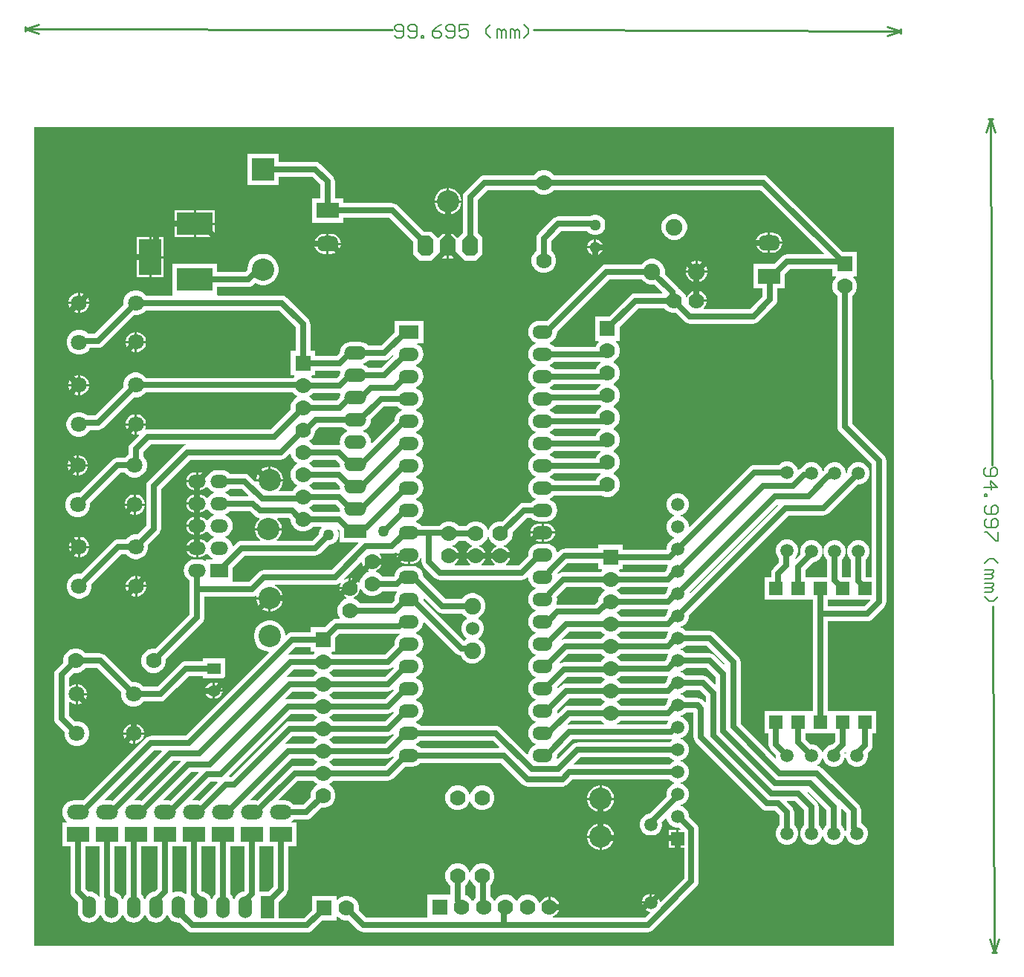
<source format=gbl>
G04*
G04 #@! TF.GenerationSoftware,Altium Limited,Altium Designer,21.0.8 (223)*
G04*
G04 Layer_Physical_Order=2*
G04 Layer_Color=16711680*
%FSAX24Y24*%
%MOIN*%
G70*
G04*
G04 #@! TF.SameCoordinates,60160E94-E268-4AC3-8077-459848BE01EC*
G04*
G04*
G04 #@! TF.FilePolarity,Positive*
G04*
G01*
G75*
%ADD15C,0.0100*%
%ADD16C,0.0600*%
%ADD50C,0.0250*%
%ADD52C,0.0700*%
%ADD53O,0.0900X0.0600*%
%ADD54R,0.0900X0.0600*%
%ADD55C,0.1000*%
%ADD56R,0.1000X0.1000*%
%ADD57R,0.1600X0.1000*%
%ADD58R,0.1000X0.1600*%
%ADD59C,0.0750*%
%ADD60C,0.0591*%
%ADD61R,0.0591X0.0591*%
%ADD62C,0.0709*%
%ADD63R,0.0700X0.0700*%
G04:AMPARAMS|DCode=64|XSize=70mil|YSize=90mil|CornerRadius=0mil|HoleSize=0mil|Usage=FLASHONLY|Rotation=0.000|XOffset=0mil|YOffset=0mil|HoleType=Round|Shape=Octagon|*
%AMOCTAGOND64*
4,1,8,-0.0175,0.0450,0.0175,0.0450,0.0350,0.0275,0.0350,-0.0275,0.0175,-0.0450,-0.0175,-0.0450,-0.0350,-0.0275,-0.0350,0.0275,-0.0175,0.0450,0.0*
%
%ADD64OCTAGOND64*%

%ADD65O,0.1000X0.0600*%
%ADD66R,0.1000X0.0600*%
%ADD67O,0.0600X0.1000*%
%ADD68R,0.0600X0.1000*%
%ADD69R,0.0591X0.0591*%
%ADD70O,0.0787X0.0591*%
%ADD71R,0.0787X0.0591*%
%ADD72O,0.1000X0.0650*%
%ADD73R,0.1000X0.0650*%
%ADD74C,0.0512*%
%ADD75R,0.0700X0.0700*%
%ADD76R,0.0591X0.0512*%
%ADD77O,0.0591X0.0512*%
%ADD78R,0.1000X0.0700*%
%ADD79O,0.1000X0.0700*%
%ADD80C,0.0500*%
%ADD81C,0.0060*%
G36*
X058747Y012953D02*
X020203D01*
Y049697D01*
X058747D01*
Y012953D01*
D02*
G37*
%LPC*%
G36*
X038809Y046950D02*
X038800D01*
Y046400D01*
X039350D01*
Y046409D01*
X039327Y046525D01*
X039282Y046634D01*
X039216Y046732D01*
X039132Y046816D01*
X039034Y046882D01*
X038925Y046927D01*
X038809Y046950D01*
D02*
G37*
G36*
X038700D02*
X038691D01*
X038575Y046927D01*
X038466Y046882D01*
X038368Y046816D01*
X038284Y046732D01*
X038218Y046634D01*
X038173Y046525D01*
X038150Y046409D01*
Y046400D01*
X038700D01*
Y046950D01*
D02*
G37*
G36*
X039350Y046300D02*
X038800D01*
Y045750D01*
X038809D01*
X038925Y045773D01*
X039034Y045818D01*
X039132Y045884D01*
X039216Y045968D01*
X039282Y046066D01*
X039327Y046175D01*
X039350Y046291D01*
Y046300D01*
D02*
G37*
G36*
X038700D02*
X038150D01*
Y046291D01*
X038173Y046175D01*
X038218Y046066D01*
X038284Y045968D01*
X038368Y045884D01*
X038466Y045818D01*
X038575Y045773D01*
X038691Y045750D01*
X038700D01*
Y046300D01*
D02*
G37*
G36*
X028300Y045950D02*
X027450D01*
Y045400D01*
X028300D01*
Y045950D01*
D02*
G37*
G36*
X027350D02*
X026500D01*
Y045400D01*
X027350D01*
Y045950D01*
D02*
G37*
G36*
X045410Y045756D02*
X045290D01*
X045174Y045725D01*
X045093Y045678D01*
X043700D01*
X043615Y045667D01*
X043536Y045634D01*
X043468Y045582D01*
X042818Y044932D01*
X042766Y044864D01*
X042733Y044785D01*
X042728Y044742D01*
X042722Y044700D01*
Y044146D01*
X042712Y044140D01*
X042610Y044038D01*
X042537Y043912D01*
X042500Y043772D01*
Y043628D01*
X042537Y043488D01*
X042610Y043362D01*
X042712Y043260D01*
X042838Y043187D01*
X042978Y043150D01*
X043122D01*
X043262Y043187D01*
X043388Y043260D01*
X043490Y043362D01*
X043563Y043488D01*
X043600Y043628D01*
Y043772D01*
X043563Y043912D01*
X043490Y044038D01*
X043388Y044140D01*
X043378Y044146D01*
Y044564D01*
X043836Y045022D01*
X044984D01*
X044985Y045020D01*
X045070Y044935D01*
X045174Y044875D01*
X045290Y044844D01*
X045410D01*
X045526Y044875D01*
X045630Y044935D01*
X045715Y045020D01*
X045775Y045124D01*
X045806Y045240D01*
Y045360D01*
X045775Y045476D01*
X045715Y045580D01*
X045630Y045665D01*
X045526Y045725D01*
X045410Y045756D01*
D02*
G37*
G36*
X028300Y045300D02*
X027450D01*
Y044750D01*
X028300D01*
Y045300D01*
D02*
G37*
G36*
X027350D02*
X026500D01*
Y044750D01*
X027350D01*
Y045300D01*
D02*
G37*
G36*
X048976Y045775D02*
X048824D01*
X048678Y045736D01*
X048547Y045660D01*
X048440Y045553D01*
X048364Y045422D01*
X048325Y045276D01*
Y045124D01*
X048364Y044978D01*
X048440Y044847D01*
X048547Y044740D01*
X048678Y044664D01*
X048824Y044625D01*
X048976D01*
X049122Y044664D01*
X049253Y044740D01*
X049360Y044847D01*
X049436Y044978D01*
X049475Y045124D01*
Y045276D01*
X049436Y045422D01*
X049360Y045553D01*
X049253Y045660D01*
X049122Y045736D01*
X048976Y045775D01*
D02*
G37*
G36*
X053300Y044954D02*
X053200D01*
Y044550D01*
X053747D01*
X053738Y044617D01*
X053693Y044727D01*
X053621Y044821D01*
X053527Y044893D01*
X053417Y044938D01*
X053300Y044954D01*
D02*
G37*
G36*
X053100D02*
X053000D01*
X052883Y044938D01*
X052773Y044893D01*
X052679Y044821D01*
X052607Y044727D01*
X052562Y044617D01*
X052553Y044550D01*
X053100D01*
Y044954D01*
D02*
G37*
G36*
X033500Y044904D02*
X033400D01*
Y044500D01*
X033947D01*
X033938Y044567D01*
X033893Y044677D01*
X033821Y044771D01*
X033727Y044843D01*
X033617Y044888D01*
X033500Y044904D01*
D02*
G37*
G36*
X033300D02*
X033200D01*
X033083Y044888D01*
X032973Y044843D01*
X032879Y044771D01*
X032807Y044677D01*
X032762Y044567D01*
X032753Y044500D01*
X033300D01*
Y044904D01*
D02*
G37*
G36*
X045400Y044655D02*
Y044350D01*
X045705D01*
X045682Y044437D01*
X045635Y044519D01*
X045569Y044585D01*
X045487Y044632D01*
X045400Y044655D01*
D02*
G37*
G36*
X045300D02*
X045213Y044632D01*
X045131Y044585D01*
X045065Y044519D01*
X045018Y044437D01*
X044995Y044350D01*
X045300D01*
Y044655D01*
D02*
G37*
G36*
X053747Y044450D02*
X053200D01*
Y044046D01*
X053300D01*
X053417Y044062D01*
X053527Y044107D01*
X053621Y044179D01*
X053693Y044273D01*
X053738Y044383D01*
X053747Y044450D01*
D02*
G37*
G36*
X053100D02*
X052553D01*
X052562Y044383D01*
X052607Y044273D01*
X052679Y044179D01*
X052773Y044107D01*
X052883Y044062D01*
X053000Y044046D01*
X053100D01*
Y044450D01*
D02*
G37*
G36*
X033947Y044400D02*
X033400D01*
Y043996D01*
X033500D01*
X033617Y044012D01*
X033727Y044057D01*
X033821Y044129D01*
X033893Y044223D01*
X033938Y044333D01*
X033947Y044400D01*
D02*
G37*
G36*
X033300D02*
X032753D01*
X032762Y044333D01*
X032807Y044223D01*
X032879Y044129D01*
X032973Y044057D01*
X033083Y044012D01*
X033200Y043996D01*
X033300D01*
Y044400D01*
D02*
G37*
G36*
X045705Y044250D02*
X045400D01*
Y043945D01*
X045487Y043968D01*
X045569Y044015D01*
X045635Y044081D01*
X045682Y044163D01*
X045705Y044250D01*
D02*
G37*
G36*
X045300D02*
X044995D01*
X045018Y044163D01*
X045065Y044081D01*
X045131Y044015D01*
X045213Y043968D01*
X045300Y043945D01*
Y044250D01*
D02*
G37*
G36*
X026000Y044750D02*
X025450D01*
Y043900D01*
X026000D01*
Y044750D01*
D02*
G37*
G36*
X025350D02*
X024800D01*
Y043900D01*
X025350D01*
Y044750D01*
D02*
G37*
G36*
X031150Y048500D02*
X029750D01*
Y047100D01*
X031150D01*
Y047472D01*
X032664D01*
X033022Y047114D01*
Y046500D01*
X032650D01*
Y045400D01*
X034050D01*
Y045622D01*
X036114D01*
X037200Y044536D01*
Y043975D01*
X037475Y043700D01*
X038025D01*
X038300Y043975D01*
X038335Y043990D01*
X038525Y043800D01*
X038700D01*
Y044350D01*
Y044900D01*
X038525D01*
X038335Y044710D01*
X038300Y044725D01*
X038025Y045000D01*
X037664D01*
X036482Y046182D01*
X036414Y046234D01*
X036335Y046267D01*
X036292Y046272D01*
X036250Y046278D01*
X034050D01*
Y046500D01*
X033678D01*
Y047250D01*
X033667Y047335D01*
X033634Y047414D01*
X033582Y047482D01*
X033032Y048032D01*
X032964Y048084D01*
X032885Y048117D01*
X032842Y048122D01*
X032800Y048128D01*
X031150D01*
Y048500D01*
D02*
G37*
G36*
X049963Y043675D02*
X049950D01*
Y043250D01*
X050375D01*
Y043263D01*
X050343Y043383D01*
X050280Y043492D01*
X050192Y043580D01*
X050083Y043643D01*
X049963Y043675D01*
D02*
G37*
G36*
X049850D02*
X049837D01*
X049717Y043643D01*
X049608Y043580D01*
X049520Y043492D01*
X049457Y043383D01*
X049425Y043263D01*
Y043250D01*
X049850D01*
Y043675D01*
D02*
G37*
G36*
X026000Y043800D02*
X025450D01*
Y042950D01*
X026000D01*
Y043800D01*
D02*
G37*
G36*
X025350D02*
X024800D01*
Y042950D01*
X025350D01*
Y043800D01*
D02*
G37*
G36*
X050375Y043150D02*
X049950D01*
Y042725D01*
X049963D01*
X050083Y042757D01*
X050192Y042820D01*
X050280Y042908D01*
X050343Y043017D01*
X050375Y043137D01*
Y043150D01*
D02*
G37*
G36*
X049850D02*
X049425D01*
Y043137D01*
X049457Y043017D01*
X049520Y042908D01*
X049608Y042820D01*
X049717Y042757D01*
X049837Y042725D01*
X049850D01*
Y043150D01*
D02*
G37*
G36*
X049959Y042350D02*
X049950D01*
Y041950D01*
X050350D01*
Y041959D01*
X050319Y042074D01*
X050260Y042176D01*
X050176Y042260D01*
X050074Y042319D01*
X049959Y042350D01*
D02*
G37*
G36*
X022250Y042254D02*
X022240D01*
Y041850D01*
X022644D01*
Y041860D01*
X022613Y041975D01*
X022554Y042079D01*
X022469Y042164D01*
X022365Y042223D01*
X022250Y042254D01*
D02*
G37*
G36*
X022140D02*
X022130D01*
X022015Y042223D01*
X021911Y042164D01*
X021826Y042079D01*
X021767Y041975D01*
X021736Y041860D01*
Y041850D01*
X022140D01*
Y042254D01*
D02*
G37*
G36*
X043122Y047750D02*
X042978D01*
X042838Y047713D01*
X042712Y047640D01*
X042610Y047538D01*
X042604Y047528D01*
X040400D01*
X040315Y047517D01*
X040236Y047484D01*
X040168Y047432D01*
X039518Y046782D01*
X039466Y046714D01*
X039433Y046635D01*
X039428Y046592D01*
X039422Y046550D01*
Y044947D01*
X039200Y044725D01*
X039165Y044710D01*
X038975Y044900D01*
X038800D01*
Y044350D01*
Y043800D01*
X038975D01*
X039165Y043990D01*
X039200Y043975D01*
X039475Y043700D01*
X040025D01*
X040300Y043975D01*
Y044725D01*
X040078Y044947D01*
Y046414D01*
X040536Y046872D01*
X042604D01*
X042610Y046862D01*
X042712Y046760D01*
X042838Y046687D01*
X042978Y046650D01*
X043122D01*
X043262Y046687D01*
X043388Y046760D01*
X043490Y046862D01*
X043496Y046872D01*
X052764D01*
X055612Y044024D01*
X055593Y043978D01*
X053950D01*
X053865Y043967D01*
X053786Y043934D01*
X053718Y043882D01*
X053386Y043550D01*
X052450D01*
Y042450D01*
X052872D01*
Y042086D01*
X052314Y041528D01*
X050235D01*
X050214Y041578D01*
X050260Y041624D01*
X050319Y041726D01*
X050350Y041841D01*
Y041850D01*
X049900D01*
Y041900D01*
X049850D01*
Y042350D01*
X049841D01*
X049726Y042319D01*
X049624Y042260D01*
X049540Y042176D01*
X049481Y042074D01*
X049478Y042062D01*
X049426D01*
X049413Y042112D01*
X049340Y042238D01*
X049238Y042340D01*
X049114Y042412D01*
X049098Y042450D01*
X049046Y042518D01*
X048467Y043096D01*
X048475Y043124D01*
Y043276D01*
X048436Y043422D01*
X048360Y043553D01*
X048253Y043660D01*
X048122Y043736D01*
X047976Y043775D01*
X047824D01*
X047678Y043736D01*
X047547Y043660D01*
X047440Y043553D01*
X047425Y043528D01*
X045850D01*
X045765Y043517D01*
X045686Y043484D01*
X045618Y043432D01*
X043186Y041000D01*
X043150Y041004D01*
X042850D01*
X042719Y040987D01*
X042598Y040937D01*
X042493Y040857D01*
X042413Y040752D01*
X042363Y040631D01*
X042346Y040500D01*
X042363Y040369D01*
X042413Y040248D01*
X042493Y040143D01*
X042598Y040063D01*
X042685Y040027D01*
Y039973D01*
X042598Y039937D01*
X042493Y039857D01*
X042413Y039752D01*
X042363Y039631D01*
X042346Y039500D01*
X042363Y039369D01*
X042413Y039248D01*
X042493Y039143D01*
X042598Y039063D01*
X042685Y039027D01*
Y038973D01*
X042598Y038937D01*
X042493Y038857D01*
X042413Y038752D01*
X042363Y038631D01*
X042346Y038500D01*
X042363Y038369D01*
X042413Y038248D01*
X042493Y038143D01*
X042598Y038063D01*
X042685Y038027D01*
Y037973D01*
X042598Y037937D01*
X042493Y037857D01*
X042413Y037752D01*
X042363Y037631D01*
X042346Y037500D01*
X042363Y037369D01*
X042413Y037248D01*
X042493Y037143D01*
X042598Y037063D01*
X042685Y037027D01*
Y036973D01*
X042598Y036937D01*
X042493Y036857D01*
X042413Y036752D01*
X042363Y036631D01*
X042346Y036500D01*
X042363Y036369D01*
X042413Y036248D01*
X042493Y036143D01*
X042598Y036063D01*
X042685Y036027D01*
Y035973D01*
X042598Y035937D01*
X042493Y035857D01*
X042413Y035752D01*
X042363Y035631D01*
X042346Y035500D01*
X042363Y035369D01*
X042413Y035248D01*
X042493Y035143D01*
X042598Y035063D01*
X042685Y035027D01*
Y034973D01*
X042598Y034937D01*
X042493Y034857D01*
X042413Y034752D01*
X042363Y034631D01*
X042346Y034500D01*
X042363Y034369D01*
X042413Y034248D01*
X042493Y034143D01*
X042598Y034063D01*
X042685Y034027D01*
Y033973D01*
X042598Y033937D01*
X042493Y033857D01*
X042413Y033752D01*
X042363Y033631D01*
X042346Y033500D01*
X042363Y033369D01*
X042413Y033248D01*
X042493Y033143D01*
X042598Y033063D01*
X042685Y033027D01*
Y032973D01*
X042598Y032937D01*
X042493Y032857D01*
X042471Y032828D01*
X042150D01*
X042065Y032817D01*
X041986Y032784D01*
X041918Y032732D01*
X041183Y031997D01*
X041172Y032000D01*
X041028D01*
X040888Y031963D01*
X040762Y031890D01*
X040660Y031788D01*
X040587Y031662D01*
X040575Y031616D01*
X040525D01*
X040513Y031662D01*
X040440Y031788D01*
X040338Y031890D01*
X040212Y031963D01*
X040072Y032000D01*
X039928D01*
X039788Y031963D01*
X039662Y031890D01*
X039560Y031788D01*
X039554Y031778D01*
X039246D01*
X039240Y031788D01*
X039138Y031890D01*
X039012Y031963D01*
X038872Y032000D01*
X038728D01*
X038588Y031963D01*
X038462Y031890D01*
X038375Y031803D01*
X037548D01*
X037507Y031857D01*
X037402Y031937D01*
X037315Y031973D01*
Y032027D01*
X037402Y032063D01*
X037507Y032143D01*
X037587Y032248D01*
X037637Y032369D01*
X037654Y032500D01*
X037637Y032631D01*
X037587Y032752D01*
X037507Y032857D01*
X037402Y032937D01*
X037315Y032973D01*
Y033027D01*
X037402Y033063D01*
X037507Y033143D01*
X037587Y033248D01*
X037637Y033369D01*
X037654Y033500D01*
X037637Y033631D01*
X037587Y033752D01*
X037507Y033857D01*
X037402Y033937D01*
X037315Y033973D01*
Y034027D01*
X037402Y034063D01*
X037507Y034143D01*
X037587Y034248D01*
X037637Y034369D01*
X037654Y034500D01*
X037637Y034631D01*
X037587Y034752D01*
X037507Y034857D01*
X037402Y034937D01*
X037315Y034973D01*
Y035027D01*
X037402Y035063D01*
X037507Y035143D01*
X037587Y035248D01*
X037637Y035369D01*
X037654Y035500D01*
X037637Y035631D01*
X037587Y035752D01*
X037507Y035857D01*
X037402Y035937D01*
X037315Y035973D01*
Y036027D01*
X037402Y036063D01*
X037507Y036143D01*
X037587Y036248D01*
X037637Y036369D01*
X037654Y036500D01*
X037637Y036631D01*
X037587Y036752D01*
X037507Y036857D01*
X037402Y036937D01*
X037315Y036973D01*
Y037027D01*
X037402Y037063D01*
X037507Y037143D01*
X037587Y037248D01*
X037637Y037369D01*
X037654Y037500D01*
X037637Y037631D01*
X037587Y037752D01*
X037507Y037857D01*
X037402Y037937D01*
X037315Y037973D01*
Y038027D01*
X037402Y038063D01*
X037507Y038143D01*
X037587Y038248D01*
X037637Y038369D01*
X037654Y038500D01*
X037637Y038631D01*
X037587Y038752D01*
X037507Y038857D01*
X037402Y038937D01*
X037315Y038973D01*
Y039027D01*
X037402Y039063D01*
X037507Y039143D01*
X037587Y039248D01*
X037637Y039369D01*
X037654Y039500D01*
X037637Y039631D01*
X037587Y039752D01*
X037507Y039857D01*
X037402Y039937D01*
X037370Y039950D01*
X037380Y040000D01*
X037650D01*
Y041000D01*
X036350D01*
Y040464D01*
X035764Y039878D01*
X035179D01*
X035157Y039907D01*
X035052Y039987D01*
X034931Y040037D01*
X034800Y040054D01*
X034400D01*
X034269Y040037D01*
X034148Y039987D01*
X034043Y039907D01*
X033963Y039802D01*
X033913Y039681D01*
X033898Y039566D01*
X033760Y039428D01*
X032800D01*
Y039650D01*
X032578D01*
Y040850D01*
X032572Y040892D01*
X032567Y040935D01*
X032534Y041014D01*
X032482Y041082D01*
X031532Y042032D01*
X031464Y042084D01*
X031385Y042117D01*
X031342Y042122D01*
X031300Y042128D01*
X028441D01*
X028400Y042150D01*
X028400Y042178D01*
Y042522D01*
X029797D01*
X029839Y042528D01*
X029882Y042533D01*
X029961Y042566D01*
X030029Y042618D01*
X030102Y042691D01*
X030118Y042680D01*
X030246Y042627D01*
X030381Y042600D01*
X030519D01*
X030654Y042627D01*
X030782Y042680D01*
X030896Y042756D01*
X030994Y042854D01*
X031070Y042968D01*
X031123Y043096D01*
X031150Y043231D01*
Y043369D01*
X031123Y043504D01*
X031070Y043632D01*
X030994Y043746D01*
X030896Y043844D01*
X030782Y043920D01*
X030654Y043973D01*
X030519Y044000D01*
X030381D01*
X030246Y043973D01*
X030118Y043920D01*
X030004Y043844D01*
X029906Y043746D01*
X029830Y043632D01*
X029777Y043504D01*
X029750Y043369D01*
Y043267D01*
X029661Y043178D01*
X028400D01*
Y043550D01*
X026400D01*
Y042178D01*
X026400Y042150D01*
X026359Y042128D01*
X025201D01*
X025194Y042140D01*
X025090Y042244D01*
X024964Y042317D01*
X024823Y042354D01*
X024677D01*
X024536Y042317D01*
X024410Y042244D01*
X024306Y042140D01*
X024233Y042014D01*
X024196Y041873D01*
Y041727D01*
X024199Y041713D01*
X022918Y040431D01*
X022583D01*
X022540Y040474D01*
X022414Y040547D01*
X022273Y040584D01*
X022127D01*
X021986Y040547D01*
X021860Y040474D01*
X021756Y040370D01*
X021683Y040244D01*
X021646Y040103D01*
Y039957D01*
X021683Y039816D01*
X021756Y039690D01*
X021860Y039586D01*
X021986Y039513D01*
X022127Y039476D01*
X022273D01*
X022414Y039513D01*
X022540Y039586D01*
X022644Y039690D01*
X022693Y039776D01*
X023053D01*
X023096Y039781D01*
X023138Y039787D01*
X023217Y039820D01*
X023285Y039872D01*
X024663Y041249D01*
X024677Y041246D01*
X024823D01*
X024964Y041283D01*
X025090Y041356D01*
X025194Y041460D01*
X025201Y041472D01*
X031164D01*
X031922Y040714D01*
Y039650D01*
X031700D01*
Y038550D01*
X031851D01*
X031872Y038500D01*
X031810Y038438D01*
X025197D01*
X025184Y038460D01*
X025080Y038564D01*
X024954Y038637D01*
X024813Y038674D01*
X024667D01*
X024526Y038637D01*
X024400Y038564D01*
X024296Y038460D01*
X024223Y038334D01*
X024186Y038193D01*
Y038047D01*
X024189Y038033D01*
X022908Y036751D01*
X022573D01*
X022530Y036794D01*
X022404Y036867D01*
X022263Y036904D01*
X022117D01*
X021976Y036867D01*
X021850Y036794D01*
X021746Y036690D01*
X021673Y036564D01*
X021636Y036423D01*
Y036277D01*
X021673Y036136D01*
X021746Y036010D01*
X021850Y035906D01*
X021976Y035833D01*
X022117Y035796D01*
X022263D01*
X022404Y035833D01*
X022530Y035906D01*
X022634Y036010D01*
X022683Y036096D01*
X023043D01*
X023086Y036101D01*
X023128Y036107D01*
X023207Y036140D01*
X023275Y036192D01*
X024653Y037569D01*
X024667Y037566D01*
X024813D01*
X024954Y037603D01*
X025080Y037676D01*
X025184Y037780D01*
X025185Y037782D01*
X031798D01*
X031810Y037762D01*
X031912Y037660D01*
X031973Y037625D01*
Y037575D01*
X031912Y037540D01*
X031810Y037438D01*
X031737Y037312D01*
X031700Y037172D01*
Y037028D01*
X031703Y037017D01*
X030814Y036128D01*
X025300D01*
X025258Y036122D01*
X025215Y036117D01*
X025192Y036107D01*
X025157Y036147D01*
X025173Y036175D01*
X025204Y036290D01*
Y036300D01*
X024800D01*
Y035896D01*
X024810D01*
X024880Y035915D01*
X024906Y035870D01*
X024518Y035481D01*
X024465Y035413D01*
X024433Y035334D01*
X024427Y035292D01*
X024422Y035249D01*
Y035005D01*
X024350Y034964D01*
X024246Y034860D01*
X024239Y034848D01*
X023910D01*
X023868Y034842D01*
X023825Y034837D01*
X023746Y034804D01*
X023678Y034752D01*
X022227Y033301D01*
X022213Y033304D01*
X022067D01*
X021926Y033267D01*
X021800Y033194D01*
X021696Y033090D01*
X021623Y032964D01*
X021586Y032823D01*
Y032677D01*
X021623Y032536D01*
X021696Y032410D01*
X021800Y032306D01*
X021926Y032233D01*
X022067Y032196D01*
X022213D01*
X022354Y032233D01*
X022480Y032306D01*
X022584Y032410D01*
X022657Y032536D01*
X022694Y032677D01*
Y032823D01*
X022691Y032837D01*
X024046Y034192D01*
X024239D01*
X024246Y034180D01*
X024350Y034076D01*
X024476Y034003D01*
X024617Y033966D01*
X024763D01*
X024904Y034003D01*
X025030Y034076D01*
X025134Y034180D01*
X025207Y034306D01*
X025244Y034447D01*
Y034593D01*
X025207Y034734D01*
X025134Y034860D01*
X025077Y034917D01*
Y035114D01*
X025436Y035472D01*
X027004D01*
X027007Y035422D01*
X026965Y035417D01*
X026886Y035384D01*
X026818Y035332D01*
X025318Y033832D01*
X025266Y033764D01*
X025233Y033685D01*
X025228Y033642D01*
X025222Y033600D01*
Y031796D01*
X024837Y031411D01*
X024823Y031414D01*
X024677D01*
X024536Y031377D01*
X024410Y031304D01*
X024306Y031200D01*
X024299Y031188D01*
X023970D01*
X023928Y031182D01*
X023885Y031177D01*
X023806Y031144D01*
X023738Y031092D01*
X022287Y029641D01*
X022273Y029644D01*
X022127D01*
X021986Y029607D01*
X021860Y029534D01*
X021756Y029430D01*
X021683Y029304D01*
X021646Y029163D01*
Y029017D01*
X021683Y028876D01*
X021756Y028750D01*
X021860Y028646D01*
X021986Y028573D01*
X022127Y028536D01*
X022273D01*
X022414Y028573D01*
X022540Y028646D01*
X022644Y028750D01*
X022717Y028876D01*
X022754Y029017D01*
Y029163D01*
X022751Y029177D01*
X024106Y030532D01*
X024299D01*
X024306Y030520D01*
X024410Y030416D01*
X024536Y030343D01*
X024677Y030306D01*
X024823D01*
X024964Y030343D01*
X025090Y030416D01*
X025194Y030520D01*
X025267Y030646D01*
X025304Y030787D01*
Y030933D01*
X025301Y030947D01*
X025782Y031428D01*
X025834Y031496D01*
X025867Y031575D01*
X025872Y031618D01*
X025878Y031660D01*
Y033464D01*
X027186Y034772D01*
X031250D01*
X031292Y034778D01*
X031335Y034783D01*
X031414Y034816D01*
X031482Y034868D01*
X031655Y035042D01*
X031703Y035018D01*
X031737Y034888D01*
X031810Y034762D01*
X031912Y034660D01*
X031973Y034625D01*
Y034575D01*
X031912Y034540D01*
X031810Y034438D01*
X031737Y034312D01*
X031700Y034172D01*
Y034028D01*
X031737Y033888D01*
X031810Y033762D01*
X031912Y033660D01*
X031973Y033625D01*
Y033575D01*
X031912Y033540D01*
X031810Y033438D01*
X031761Y033353D01*
X031172D01*
X031151Y033403D01*
X031216Y033468D01*
X031282Y033566D01*
X031327Y033675D01*
X031350Y033791D01*
Y033800D01*
X030750D01*
X030108D01*
X030100Y033797D01*
X029865Y034032D01*
X029797Y034084D01*
X029718Y034117D01*
X029676Y034122D01*
X029633Y034128D01*
X028971D01*
X028952Y034153D01*
X028848Y034233D01*
X028728Y034283D01*
X028598Y034300D01*
X028402D01*
X028272Y034283D01*
X028152Y034233D01*
X028048Y034153D01*
X027969Y034050D01*
X027969Y034049D01*
X027911Y034041D01*
X027880Y034082D01*
X027798Y034145D01*
X027702Y034185D01*
X027598Y034199D01*
X027550D01*
Y033800D01*
Y033401D01*
X027598D01*
X027702Y033415D01*
X027798Y033455D01*
X027880Y033518D01*
X027911Y033559D01*
X027969Y033551D01*
X027969Y033550D01*
X028048Y033447D01*
X028152Y033367D01*
X028249Y033327D01*
Y033273D01*
X028152Y033233D01*
X028048Y033153D01*
X027969Y033050D01*
X027969Y033049D01*
X027911Y033041D01*
X027880Y033082D01*
X027798Y033145D01*
X027702Y033185D01*
X027598Y033199D01*
X027550D01*
Y032800D01*
Y032401D01*
X027598D01*
X027702Y032415D01*
X027798Y032455D01*
X027880Y032518D01*
X027911Y032559D01*
X027969Y032551D01*
X027969Y032550D01*
X028048Y032447D01*
X028152Y032367D01*
X028249Y032327D01*
Y032273D01*
X028152Y032233D01*
X028048Y032153D01*
X027969Y032050D01*
X027969Y032049D01*
X027911Y032041D01*
X027880Y032082D01*
X027798Y032145D01*
X027702Y032185D01*
X027598Y032199D01*
X027550D01*
Y031800D01*
Y031401D01*
X027598D01*
X027702Y031415D01*
X027798Y031455D01*
X027880Y031518D01*
X027911Y031559D01*
X027969Y031551D01*
X027969Y031550D01*
X028048Y031447D01*
X028152Y031367D01*
X028249Y031327D01*
Y031273D01*
X028152Y031233D01*
X028048Y031153D01*
X027969Y031050D01*
X027969Y031049D01*
X027911Y031041D01*
X027880Y031082D01*
X027798Y031145D01*
X027702Y031185D01*
X027598Y031199D01*
X027550D01*
Y030800D01*
Y030401D01*
X027598D01*
X027702Y030415D01*
X027798Y030455D01*
X027880Y030518D01*
X027911Y030559D01*
X027969Y030551D01*
X027969Y030550D01*
X028048Y030447D01*
X028152Y030367D01*
X028205Y030345D01*
X028195Y030295D01*
X027906D01*
Y030245D01*
X027861Y030222D01*
X027848Y030233D01*
X027728Y030283D01*
X027598Y030300D01*
X027402D01*
X027272Y030283D01*
X027152Y030233D01*
X027048Y030153D01*
X026969Y030050D01*
X026919Y029929D01*
X026902Y029800D01*
X026919Y029671D01*
X026969Y029550D01*
X027048Y029447D01*
X027152Y029367D01*
X027172Y029359D01*
Y028950D01*
Y027836D01*
X025633Y026297D01*
X025622Y026300D01*
X025478D01*
X025338Y026263D01*
X025212Y026190D01*
X025110Y026088D01*
X025037Y025962D01*
X025000Y025822D01*
Y025678D01*
X025037Y025538D01*
X025110Y025412D01*
X025212Y025310D01*
X025338Y025237D01*
X025478Y025200D01*
X025622D01*
X025762Y025237D01*
X025888Y025310D01*
X025990Y025412D01*
X026063Y025538D01*
X026100Y025678D01*
Y025822D01*
X026097Y025833D01*
X027732Y027468D01*
X027784Y027536D01*
X027817Y027615D01*
X027828Y027700D01*
Y028622D01*
X029950D01*
X029992Y028628D01*
X030035Y028633D01*
X030110Y028665D01*
X030132Y028655D01*
X030156Y028640D01*
X030150Y028609D01*
Y028600D01*
X030750D01*
X031350D01*
Y028609D01*
X031327Y028725D01*
X031282Y028834D01*
X031216Y028932D01*
X031132Y029016D01*
X031034Y029082D01*
X030988Y029101D01*
X030997Y029151D01*
X033674D01*
X033717Y029157D01*
X033759Y029162D01*
X033838Y029195D01*
X033906Y029247D01*
X033928Y029269D01*
X033968Y029238D01*
X033931Y029174D01*
X033900Y029059D01*
Y029050D01*
X034300D01*
Y029450D01*
X034291D01*
X034176Y029419D01*
X034112Y029382D01*
X034081Y029422D01*
X034854Y030195D01*
X034900Y030176D01*
Y030141D01*
X034931Y030026D01*
X034990Y029924D01*
X035074Y029840D01*
X035176Y029781D01*
X035188Y029778D01*
Y029726D01*
X035138Y029713D01*
X035012Y029640D01*
X034910Y029538D01*
X034837Y029412D01*
X034800Y029272D01*
Y029221D01*
X034750Y029207D01*
X034710Y029276D01*
X034626Y029360D01*
X034524Y029419D01*
X034409Y029450D01*
X034400D01*
Y029000D01*
X034350D01*
Y028950D01*
X033900D01*
Y028941D01*
X033931Y028826D01*
X033990Y028724D01*
X034074Y028640D01*
X034176Y028581D01*
X034188Y028578D01*
Y028526D01*
X034138Y028513D01*
X034012Y028440D01*
X033910Y028338D01*
X033837Y028212D01*
X033800Y028072D01*
Y027928D01*
X033837Y027788D01*
X033901Y027678D01*
X033879Y027628D01*
X033750D01*
X033708Y027622D01*
X033665Y027617D01*
X033586Y027584D01*
X033518Y027532D01*
X033236Y027250D01*
X032600D01*
Y027028D01*
X031767D01*
X031724Y027022D01*
X031682Y027017D01*
X031603Y026984D01*
X031535Y026932D01*
X031496Y026893D01*
X031450Y026912D01*
Y026919D01*
X031423Y027054D01*
X031370Y027182D01*
X031294Y027296D01*
X031196Y027394D01*
X031082Y027470D01*
X030954Y027523D01*
X030819Y027550D01*
X030681D01*
X030546Y027523D01*
X030418Y027470D01*
X030304Y027394D01*
X030206Y027296D01*
X030130Y027182D01*
X030077Y027054D01*
X030050Y026919D01*
Y026781D01*
X030077Y026646D01*
X030130Y026518D01*
X030206Y026404D01*
X030304Y026306D01*
X030418Y026230D01*
X030546Y026177D01*
X030681Y026150D01*
X030688D01*
X030707Y026104D01*
X026981Y022378D01*
X025425D01*
X025383Y022372D01*
X025340Y022367D01*
X025261Y022334D01*
X025193Y022282D01*
X022383Y019472D01*
X022325Y019480D01*
X021975D01*
X021838Y019461D01*
X021710Y019409D01*
X021601Y019324D01*
X021516Y019215D01*
X021464Y019087D01*
X021445Y018950D01*
X021464Y018813D01*
X021516Y018685D01*
X021601Y018576D01*
X021666Y018525D01*
X021649Y018475D01*
X021450D01*
Y017425D01*
X021822D01*
Y015400D01*
X021828Y015358D01*
X021833Y015315D01*
X021866Y015236D01*
X021918Y015168D01*
X022150Y014936D01*
X022146Y014900D01*
Y014500D01*
X022163Y014369D01*
X022213Y014248D01*
X022293Y014143D01*
X022398Y014063D01*
X022519Y014013D01*
X022650Y013996D01*
X022781Y014013D01*
X022902Y014063D01*
X023007Y014143D01*
X023087Y014248D01*
X023123Y014335D01*
X023177D01*
X023213Y014248D01*
X023293Y014143D01*
X023398Y014063D01*
X023519Y014013D01*
X023650Y013996D01*
X023781Y014013D01*
X023902Y014063D01*
X024007Y014143D01*
X024087Y014248D01*
X024123Y014335D01*
X024177D01*
X024213Y014248D01*
X024293Y014143D01*
X024398Y014063D01*
X024519Y014013D01*
X024650Y013996D01*
X024781Y014013D01*
X024902Y014063D01*
X025007Y014143D01*
X025087Y014248D01*
X025123Y014335D01*
X025177D01*
X025213Y014248D01*
X025293Y014143D01*
X025398Y014063D01*
X025519Y014013D01*
X025650Y013996D01*
X025781Y014013D01*
X025902Y014063D01*
X026007Y014143D01*
X026087Y014248D01*
X026123Y014335D01*
X026177D01*
X026213Y014248D01*
X026293Y014143D01*
X026398Y014063D01*
X026519Y014013D01*
X026650Y013996D01*
X026686Y014000D01*
X027043Y013643D01*
X027111Y013591D01*
X027190Y013558D01*
X027275Y013547D01*
X032425D01*
X032467Y013553D01*
X032510Y013558D01*
X032589Y013591D01*
X032657Y013643D01*
X033114Y014100D01*
X033750D01*
Y014251D01*
X033800Y014272D01*
X033862Y014210D01*
X033988Y014137D01*
X034128Y014100D01*
X034272D01*
X034283Y014103D01*
X034718Y013668D01*
X034786Y013616D01*
X034865Y013583D01*
X034908Y013578D01*
X034950Y013572D01*
X047727D01*
X047770Y013578D01*
X047812Y013583D01*
X047891Y013616D01*
X047959Y013668D01*
X049902Y015611D01*
X049954Y015679D01*
X049987Y015758D01*
X049998Y015843D01*
Y018180D01*
X049987Y018265D01*
X049954Y018344D01*
X049902Y018412D01*
X049545Y018768D01*
Y018815D01*
X049512Y018941D01*
X049446Y019054D01*
X049354Y019146D01*
X049241Y019212D01*
X049194Y019224D01*
Y019276D01*
X049241Y019288D01*
X049354Y019354D01*
X049446Y019446D01*
X049512Y019559D01*
X049545Y019685D01*
Y019815D01*
X049512Y019941D01*
X049446Y020054D01*
X049354Y020146D01*
X049241Y020212D01*
X049194Y020224D01*
Y020276D01*
X049241Y020288D01*
X049354Y020354D01*
X049446Y020446D01*
X049512Y020559D01*
X049545Y020685D01*
Y020815D01*
X049512Y020941D01*
X049446Y021054D01*
X049354Y021146D01*
X049241Y021212D01*
X049194Y021224D01*
Y021276D01*
X049241Y021288D01*
X049354Y021354D01*
X049446Y021446D01*
X049512Y021559D01*
X049545Y021685D01*
Y021815D01*
X049512Y021941D01*
X049446Y022054D01*
X049354Y022146D01*
X049241Y022212D01*
X049194Y022224D01*
Y022276D01*
X049241Y022288D01*
X049354Y022354D01*
X049446Y022446D01*
X049512Y022559D01*
X049545Y022685D01*
Y022815D01*
X049512Y022941D01*
X049446Y023054D01*
X049354Y023146D01*
X049241Y023212D01*
X049194Y023224D01*
Y023276D01*
X049241Y023288D01*
X049354Y023354D01*
X049423Y023422D01*
X049772D01*
Y022314D01*
X049778Y022271D01*
X049783Y022229D01*
X049816Y022150D01*
X049868Y022082D01*
X052832Y019118D01*
X052900Y019066D01*
X052979Y019033D01*
X053021Y019028D01*
X053064Y019022D01*
X053414D01*
X053622Y018814D01*
Y018373D01*
X053554Y018304D01*
X053488Y018191D01*
X053455Y018065D01*
Y017935D01*
X053488Y017809D01*
X053554Y017696D01*
X053646Y017604D01*
X053759Y017538D01*
X053885Y017505D01*
X054015D01*
X054141Y017538D01*
X054254Y017604D01*
X054346Y017696D01*
X054412Y017809D01*
X054445Y017935D01*
Y018065D01*
X054412Y018191D01*
X054346Y018304D01*
X054278Y018373D01*
Y018950D01*
X054267Y019035D01*
X054234Y019114D01*
X054182Y019182D01*
X053938Y019426D01*
X053957Y019472D01*
X054314D01*
X054722Y019064D01*
Y018373D01*
X054654Y018304D01*
X054588Y018191D01*
X054555Y018065D01*
Y017935D01*
X054588Y017809D01*
X054654Y017696D01*
X054746Y017604D01*
X054859Y017538D01*
X054985Y017505D01*
X055115D01*
X055241Y017538D01*
X055354Y017604D01*
X055446Y017696D01*
X055512Y017809D01*
X055524Y017856D01*
X055576D01*
X055588Y017809D01*
X055654Y017696D01*
X055746Y017604D01*
X055859Y017538D01*
X055985Y017505D01*
X056115D01*
X056241Y017538D01*
X056354Y017604D01*
X056446Y017696D01*
X056512Y017809D01*
X056545Y017935D01*
Y018065D01*
X056512Y018191D01*
X056446Y018304D01*
X056378Y018373D01*
Y019093D01*
X056424Y019112D01*
X056623Y018913D01*
Y018241D01*
X056633Y018169D01*
X056605Y018065D01*
Y017935D01*
X056638Y017809D01*
X056704Y017696D01*
X056796Y017604D01*
X056909Y017538D01*
X057035Y017505D01*
X057165D01*
X057291Y017538D01*
X057404Y017604D01*
X057496Y017696D01*
X057562Y017809D01*
X057595Y017935D01*
Y018065D01*
X057562Y018191D01*
X057496Y018304D01*
X057404Y018396D01*
X057291Y018462D01*
X057279Y018465D01*
Y019049D01*
X057268Y019134D01*
X057235Y019213D01*
X057183Y019281D01*
X055532Y020932D01*
X055464Y020984D01*
X055385Y021017D01*
X055318Y021025D01*
X055308Y021077D01*
X055354Y021104D01*
X055446Y021196D01*
X055512Y021309D01*
X055524Y021356D01*
X055576D01*
X055588Y021309D01*
X055654Y021196D01*
X055746Y021104D01*
X055859Y021038D01*
X055985Y021005D01*
X056115D01*
X056241Y021038D01*
X056354Y021104D01*
X056446Y021196D01*
X056512Y021309D01*
X056545Y021435D01*
Y021565D01*
X056533Y021611D01*
X056577Y021656D01*
X056622Y021630D01*
X056605Y021565D01*
Y021435D01*
X056638Y021309D01*
X056704Y021196D01*
X056796Y021104D01*
X056909Y021038D01*
X057035Y021005D01*
X057165D01*
X057291Y021038D01*
X057404Y021104D01*
X057496Y021196D01*
X057562Y021309D01*
X057595Y021435D01*
Y021565D01*
X057583Y021611D01*
X057692Y021720D01*
X057744Y021788D01*
X057777Y021867D01*
X057782Y021910D01*
X057788Y021952D01*
Y022505D01*
X057955D01*
Y023495D01*
X056965D01*
Y023495D01*
X056955D01*
Y023495D01*
X056005D01*
X055965Y023495D01*
X055915Y023495D01*
X055788D01*
Y027522D01*
X057550D01*
X057592Y027528D01*
X057635Y027533D01*
X057714Y027566D01*
X057782Y027618D01*
X058312Y028148D01*
X058364Y028216D01*
X058397Y028295D01*
X058408Y028380D01*
Y034734D01*
X058402Y034776D01*
X058397Y034819D01*
X058364Y034898D01*
X058312Y034966D01*
X056878Y036400D01*
Y042104D01*
X056888Y042110D01*
X056990Y042212D01*
X057063Y042338D01*
X057100Y042478D01*
Y042622D01*
X057063Y042762D01*
X056990Y042888D01*
X056928Y042950D01*
X056949Y043000D01*
X057100D01*
Y044100D01*
X056464D01*
X053132Y047432D01*
X053064Y047484D01*
X052985Y047517D01*
X052942Y047522D01*
X052900Y047528D01*
X043496D01*
X043490Y047538D01*
X043388Y047640D01*
X043262Y047713D01*
X043122Y047750D01*
D02*
G37*
G36*
X022644Y041750D02*
X022240D01*
Y041346D01*
X022250D01*
X022365Y041377D01*
X022469Y041436D01*
X022554Y041521D01*
X022613Y041625D01*
X022644Y041740D01*
Y041750D01*
D02*
G37*
G36*
X022140D02*
X021736D01*
Y041740D01*
X021767Y041625D01*
X021826Y041521D01*
X021911Y041436D01*
X022015Y041377D01*
X022130Y041346D01*
X022140D01*
Y041750D01*
D02*
G37*
G36*
X024810Y040494D02*
X024800D01*
Y040090D01*
X025204D01*
Y040100D01*
X025173Y040215D01*
X025114Y040319D01*
X025029Y040404D01*
X024925Y040463D01*
X024810Y040494D01*
D02*
G37*
G36*
X024700D02*
X024690D01*
X024575Y040463D01*
X024471Y040404D01*
X024386Y040319D01*
X024327Y040215D01*
X024296Y040100D01*
Y040090D01*
X024700D01*
Y040494D01*
D02*
G37*
G36*
X025204Y039990D02*
X024800D01*
Y039586D01*
X024810D01*
X024925Y039617D01*
X025029Y039676D01*
X025114Y039761D01*
X025173Y039865D01*
X025204Y039980D01*
Y039990D01*
D02*
G37*
G36*
X024700D02*
X024296D01*
Y039980D01*
X024327Y039865D01*
X024386Y039761D01*
X024471Y039676D01*
X024575Y039617D01*
X024690Y039586D01*
X024700D01*
Y039990D01*
D02*
G37*
G36*
X022250Y038564D02*
X022240D01*
Y038160D01*
X022644D01*
Y038170D01*
X022613Y038285D01*
X022554Y038389D01*
X022469Y038474D01*
X022365Y038533D01*
X022250Y038564D01*
D02*
G37*
G36*
X022140D02*
X022130D01*
X022015Y038533D01*
X021911Y038474D01*
X021826Y038389D01*
X021767Y038285D01*
X021736Y038170D01*
Y038160D01*
X022140D01*
Y038564D01*
D02*
G37*
G36*
X022644Y038060D02*
X022240D01*
Y037656D01*
X022250D01*
X022365Y037687D01*
X022469Y037746D01*
X022554Y037831D01*
X022613Y037935D01*
X022644Y038050D01*
Y038060D01*
D02*
G37*
G36*
X022140D02*
X021736D01*
Y038050D01*
X021767Y037935D01*
X021826Y037831D01*
X021911Y037746D01*
X022015Y037687D01*
X022130Y037656D01*
X022140D01*
Y038060D01*
D02*
G37*
G36*
X024810Y036804D02*
X024800D01*
Y036400D01*
X025204D01*
Y036410D01*
X025173Y036525D01*
X025114Y036629D01*
X025029Y036714D01*
X024925Y036773D01*
X024810Y036804D01*
D02*
G37*
G36*
X024700D02*
X024690D01*
X024575Y036773D01*
X024471Y036714D01*
X024386Y036629D01*
X024327Y036525D01*
X024296Y036410D01*
Y036400D01*
X024700D01*
Y036804D01*
D02*
G37*
G36*
Y036300D02*
X024296D01*
Y036290D01*
X024327Y036175D01*
X024386Y036071D01*
X024471Y035986D01*
X024575Y035927D01*
X024690Y035896D01*
X024700D01*
Y036300D01*
D02*
G37*
G36*
X022200Y034964D02*
X022190D01*
Y034560D01*
X022594D01*
Y034570D01*
X022563Y034685D01*
X022504Y034789D01*
X022419Y034874D01*
X022315Y034933D01*
X022200Y034964D01*
D02*
G37*
G36*
X022090D02*
X022080D01*
X021965Y034933D01*
X021861Y034874D01*
X021776Y034789D01*
X021717Y034685D01*
X021686Y034570D01*
Y034560D01*
X022090D01*
Y034964D01*
D02*
G37*
G36*
X022594Y034460D02*
X022190D01*
Y034056D01*
X022200D01*
X022315Y034087D01*
X022419Y034146D01*
X022504Y034231D01*
X022563Y034335D01*
X022594Y034450D01*
Y034460D01*
D02*
G37*
G36*
X022090D02*
X021686D01*
Y034450D01*
X021717Y034335D01*
X021776Y034231D01*
X021861Y034146D01*
X021965Y034087D01*
X022080Y034056D01*
X022090D01*
Y034460D01*
D02*
G37*
G36*
X030809Y034450D02*
X030800D01*
Y033900D01*
X031350D01*
Y033909D01*
X031327Y034025D01*
X031282Y034134D01*
X031216Y034232D01*
X031132Y034316D01*
X031034Y034382D01*
X030925Y034427D01*
X030809Y034450D01*
D02*
G37*
G36*
X030700D02*
X030691D01*
X030575Y034427D01*
X030466Y034382D01*
X030368Y034316D01*
X030284Y034232D01*
X030218Y034134D01*
X030173Y034025D01*
X030150Y033909D01*
Y033900D01*
X030700D01*
Y034450D01*
D02*
G37*
G36*
X027450Y034199D02*
X027402D01*
X027298Y034185D01*
X027202Y034145D01*
X027120Y034082D01*
X027056Y033999D01*
X027016Y033903D01*
X027009Y033850D01*
X027450D01*
Y034199D01*
D02*
G37*
G36*
Y033750D02*
X027009D01*
X027016Y033697D01*
X027056Y033601D01*
X027120Y033518D01*
X027202Y033455D01*
X027298Y033415D01*
X027402Y033401D01*
X027450D01*
Y033750D01*
D02*
G37*
G36*
Y033199D02*
X027402D01*
X027298Y033185D01*
X027202Y033145D01*
X027120Y033082D01*
X027056Y032999D01*
X027016Y032903D01*
X027009Y032850D01*
X027450D01*
Y033199D01*
D02*
G37*
G36*
X024760Y033204D02*
X024750D01*
Y032800D01*
X025154D01*
Y032810D01*
X025123Y032925D01*
X025064Y033029D01*
X024979Y033114D01*
X024875Y033173D01*
X024760Y033204D01*
D02*
G37*
G36*
X024650D02*
X024640D01*
X024525Y033173D01*
X024421Y033114D01*
X024336Y033029D01*
X024277Y032925D01*
X024246Y032810D01*
Y032800D01*
X024650D01*
Y033204D01*
D02*
G37*
G36*
X027450Y032750D02*
X027009D01*
X027016Y032697D01*
X027056Y032601D01*
X027120Y032518D01*
X027202Y032455D01*
X027298Y032415D01*
X027402Y032401D01*
X027450D01*
Y032750D01*
D02*
G37*
G36*
X025154Y032700D02*
X024750D01*
Y032296D01*
X024760D01*
X024875Y032327D01*
X024979Y032386D01*
X025064Y032471D01*
X025123Y032575D01*
X025154Y032690D01*
Y032700D01*
D02*
G37*
G36*
X024650D02*
X024246D01*
Y032690D01*
X024277Y032575D01*
X024336Y032471D01*
X024421Y032386D01*
X024525Y032327D01*
X024640Y032296D01*
X024650D01*
Y032700D01*
D02*
G37*
G36*
X027450Y032199D02*
X027402D01*
X027298Y032185D01*
X027202Y032145D01*
X027120Y032082D01*
X027056Y031999D01*
X027016Y031903D01*
X027009Y031850D01*
X027450D01*
Y032199D01*
D02*
G37*
G36*
Y031750D02*
X027009D01*
X027016Y031697D01*
X027056Y031601D01*
X027120Y031518D01*
X027202Y031455D01*
X027298Y031415D01*
X027402Y031401D01*
X027450D01*
Y031750D01*
D02*
G37*
G36*
X022260Y031304D02*
X022250D01*
Y030900D01*
X022654D01*
Y030910D01*
X022623Y031025D01*
X022564Y031129D01*
X022479Y031214D01*
X022375Y031273D01*
X022260Y031304D01*
D02*
G37*
G36*
X022150D02*
X022140D01*
X022025Y031273D01*
X021921Y031214D01*
X021836Y031129D01*
X021777Y031025D01*
X021746Y030910D01*
Y030900D01*
X022150D01*
Y031304D01*
D02*
G37*
G36*
X027450Y031199D02*
X027402D01*
X027298Y031185D01*
X027202Y031145D01*
X027120Y031082D01*
X027056Y030999D01*
X027016Y030903D01*
X027009Y030850D01*
X027450D01*
Y031199D01*
D02*
G37*
G36*
Y030750D02*
X027009D01*
X027016Y030697D01*
X027056Y030601D01*
X027120Y030518D01*
X027202Y030455D01*
X027298Y030415D01*
X027402Y030401D01*
X027450D01*
Y030750D01*
D02*
G37*
G36*
X022654Y030800D02*
X022250D01*
Y030396D01*
X022260D01*
X022375Y030427D01*
X022479Y030486D01*
X022564Y030571D01*
X022623Y030675D01*
X022654Y030790D01*
Y030800D01*
D02*
G37*
G36*
X022150D02*
X021746D01*
Y030790D01*
X021777Y030675D01*
X021836Y030571D01*
X021921Y030486D01*
X022025Y030427D01*
X022140Y030396D01*
X022150D01*
Y030800D01*
D02*
G37*
G36*
X024820Y029544D02*
X024810D01*
Y029140D01*
X025214D01*
Y029150D01*
X025183Y029265D01*
X025124Y029369D01*
X025039Y029454D01*
X024935Y029513D01*
X024820Y029544D01*
D02*
G37*
G36*
X024710D02*
X024700D01*
X024585Y029513D01*
X024481Y029454D01*
X024396Y029369D01*
X024337Y029265D01*
X024306Y029150D01*
Y029140D01*
X024710D01*
Y029544D01*
D02*
G37*
G36*
X025214Y029040D02*
X024810D01*
Y028636D01*
X024820D01*
X024935Y028667D01*
X025039Y028726D01*
X025124Y028811D01*
X025183Y028915D01*
X025214Y029030D01*
Y029040D01*
D02*
G37*
G36*
X024710D02*
X024306D01*
Y029030D01*
X024337Y028915D01*
X024396Y028811D01*
X024481Y028726D01*
X024585Y028667D01*
X024700Y028636D01*
X024710D01*
Y029040D01*
D02*
G37*
G36*
X031350Y028500D02*
X030800D01*
Y027950D01*
X030809D01*
X030925Y027973D01*
X031034Y028018D01*
X031132Y028084D01*
X031216Y028168D01*
X031282Y028266D01*
X031327Y028375D01*
X031350Y028491D01*
Y028500D01*
D02*
G37*
G36*
X030700D02*
X030150D01*
Y028491D01*
X030173Y028375D01*
X030218Y028266D01*
X030284Y028168D01*
X030368Y028084D01*
X030466Y028018D01*
X030575Y027973D01*
X030691Y027950D01*
X030700D01*
Y028500D01*
D02*
G37*
G36*
X022122Y026300D02*
X021978D01*
X021838Y026263D01*
X021712Y026190D01*
X021610Y026088D01*
X021537Y025962D01*
X021500Y025822D01*
Y025678D01*
X021503Y025667D01*
X021189Y025352D01*
X021137Y025285D01*
X021104Y025206D01*
X021098Y025163D01*
X021093Y025121D01*
Y023159D01*
X021098Y023117D01*
X021104Y023074D01*
X021137Y022995D01*
X021189Y022928D01*
X021549Y022567D01*
X021546Y022553D01*
Y022407D01*
X021583Y022266D01*
X021656Y022140D01*
X021760Y022036D01*
X021886Y021963D01*
X022027Y021926D01*
X022173D01*
X022314Y021963D01*
X022440Y022036D01*
X022544Y022140D01*
X022617Y022266D01*
X022654Y022407D01*
Y022553D01*
X022617Y022694D01*
X022544Y022820D01*
X022440Y022924D01*
X022314Y022997D01*
X022173Y023034D01*
X022027D01*
X022013Y023031D01*
X021748Y023295D01*
Y023884D01*
X021795Y023903D01*
X021821Y023876D01*
X021925Y023817D01*
X022040Y023786D01*
X022050D01*
Y024240D01*
Y024694D01*
X022040D01*
X021925Y024663D01*
X021821Y024604D01*
X021795Y024577D01*
X021748Y024596D01*
Y024985D01*
X021967Y025203D01*
X021978Y025200D01*
X022122D01*
X022262Y025237D01*
X022388Y025310D01*
X022490Y025412D01*
X022496Y025422D01*
X023014D01*
X024099Y024337D01*
X024096Y024323D01*
Y024177D01*
X024133Y024036D01*
X024206Y023910D01*
X024310Y023806D01*
X024436Y023733D01*
X024577Y023696D01*
X024723D01*
X024864Y023733D01*
X024990Y023806D01*
X025094Y023910D01*
X025101Y023922D01*
X025852D01*
X025894Y023928D01*
X025937Y023933D01*
X026016Y023966D01*
X026084Y024018D01*
X027138Y025072D01*
X027755D01*
Y024944D01*
X028745D01*
Y025856D01*
X027755D01*
Y025728D01*
X027002D01*
X026917Y025717D01*
X026838Y025684D01*
X026770Y025632D01*
X025716Y024578D01*
X025101D01*
X025094Y024590D01*
X024990Y024694D01*
X024864Y024767D01*
X024723Y024804D01*
X024577D01*
X024563Y024801D01*
X023382Y025982D01*
X023314Y026034D01*
X023235Y026067D01*
X023192Y026072D01*
X023150Y026078D01*
X022496D01*
X022490Y026088D01*
X022388Y026190D01*
X022262Y026263D01*
X022122Y026300D01*
D02*
G37*
G36*
X028300Y024758D02*
Y024450D01*
X028642D01*
X028636Y024493D01*
X028600Y024579D01*
X028543Y024654D01*
X028469Y024711D01*
X028382Y024747D01*
X028300Y024758D01*
D02*
G37*
G36*
X028200D02*
X028118Y024747D01*
X028031Y024711D01*
X027957Y024654D01*
X027900Y024579D01*
X027864Y024493D01*
X027858Y024450D01*
X028200D01*
Y024758D01*
D02*
G37*
G36*
X022160Y024694D02*
X022150D01*
Y024290D01*
X022554D01*
Y024300D01*
X022523Y024415D01*
X022464Y024519D01*
X022379Y024604D01*
X022275Y024663D01*
X022160Y024694D01*
D02*
G37*
G36*
X028642Y024350D02*
X028300D01*
Y024042D01*
X028382Y024053D01*
X028469Y024089D01*
X028543Y024146D01*
X028600Y024221D01*
X028636Y024307D01*
X028642Y024350D01*
D02*
G37*
G36*
X028200D02*
X027858D01*
X027864Y024307D01*
X027900Y024221D01*
X027957Y024146D01*
X028031Y024089D01*
X028118Y024053D01*
X028200Y024042D01*
Y024350D01*
D02*
G37*
G36*
X022554Y024190D02*
X022150D01*
Y023786D01*
X022160D01*
X022275Y023817D01*
X022379Y023876D01*
X022464Y023961D01*
X022523Y024065D01*
X022554Y024180D01*
Y024190D01*
D02*
G37*
G36*
X024720Y022934D02*
X024710D01*
Y022530D01*
X025114D01*
Y022540D01*
X025083Y022655D01*
X025024Y022759D01*
X024939Y022844D01*
X024835Y022903D01*
X024720Y022934D01*
D02*
G37*
G36*
X024610D02*
X024600D01*
X024485Y022903D01*
X024381Y022844D01*
X024296Y022759D01*
X024237Y022655D01*
X024206Y022540D01*
Y022530D01*
X024610D01*
Y022934D01*
D02*
G37*
G36*
X025114Y022430D02*
X024710D01*
Y022026D01*
X024720D01*
X024835Y022057D01*
X024939Y022116D01*
X025024Y022201D01*
X025083Y022305D01*
X025114Y022420D01*
Y022430D01*
D02*
G37*
G36*
X024610D02*
X024206D01*
Y022420D01*
X024237Y022305D01*
X024296Y022201D01*
X024381Y022116D01*
X024485Y022057D01*
X024600Y022026D01*
X024610D01*
Y022430D01*
D02*
G37*
%LPD*%
G36*
X056000Y043000D02*
X056151D01*
X056172Y042950D01*
X056110Y042888D01*
X056037Y042762D01*
X056000Y042622D01*
Y042478D01*
X056037Y042338D01*
X056110Y042212D01*
X056212Y042110D01*
X056222Y042104D01*
Y036264D01*
X056228Y036222D01*
X056233Y036179D01*
X056266Y036100D01*
X056318Y036033D01*
X057752Y034598D01*
Y029495D01*
X057478D01*
Y030277D01*
X057546Y030346D01*
X057612Y030459D01*
X057645Y030585D01*
Y030715D01*
X057612Y030841D01*
X057546Y030954D01*
X057454Y031046D01*
X057341Y031112D01*
X057215Y031145D01*
X057085D01*
X056959Y031112D01*
X056846Y031046D01*
X056754Y030954D01*
X056688Y030841D01*
X056655Y030715D01*
Y030585D01*
X056688Y030459D01*
X056754Y030346D01*
X056822Y030277D01*
Y029495D01*
X056428D01*
X056428Y029496D01*
Y030277D01*
X056496Y030346D01*
X056562Y030459D01*
X056595Y030585D01*
Y030715D01*
X056562Y030841D01*
X056496Y030954D01*
X056404Y031046D01*
X056291Y031112D01*
X056165Y031145D01*
X056035D01*
X055909Y031112D01*
X055796Y031046D01*
X055704Y030954D01*
X055638Y030841D01*
X055605Y030715D01*
Y030585D01*
X055638Y030459D01*
X055704Y030346D01*
X055772Y030277D01*
Y029495D01*
X055005D01*
X054965Y029495D01*
X054915Y029495D01*
X054788D01*
Y029832D01*
X055110Y030155D01*
X055115D01*
X055241Y030188D01*
X055354Y030254D01*
X055446Y030346D01*
X055512Y030459D01*
X055545Y030585D01*
Y030715D01*
X055512Y030841D01*
X055446Y030954D01*
X055354Y031046D01*
X055241Y031112D01*
X055115Y031145D01*
X054985D01*
X054859Y031112D01*
X054746Y031046D01*
X054654Y030954D01*
X054588Y030841D01*
X054555Y030715D01*
Y030585D01*
X054567Y030539D01*
X054343Y030315D01*
X054289Y030331D01*
X054288Y030337D01*
X054346Y030396D01*
X054412Y030509D01*
X054445Y030635D01*
Y030765D01*
X054412Y030891D01*
X054346Y031004D01*
X054254Y031096D01*
X054141Y031162D01*
X054015Y031195D01*
X053885D01*
X053759Y031162D01*
X053646Y031096D01*
X053554Y031004D01*
X053488Y030891D01*
X053455Y030765D01*
Y030635D01*
X053488Y030509D01*
X053554Y030396D01*
X053603Y030347D01*
Y030166D01*
X053340Y029902D01*
X053287Y029834D01*
X053255Y029755D01*
X053249Y029713D01*
X053244Y029670D01*
Y029495D01*
X052965D01*
Y028505D01*
X053955D01*
Y028505D01*
X053965D01*
Y028505D01*
X054915D01*
X054955Y028505D01*
X055005Y028505D01*
X055132D01*
Y027850D01*
Y023495D01*
X054965D01*
Y023495D01*
X054955D01*
Y023495D01*
X053965D01*
Y023495D01*
X053955D01*
Y023495D01*
X052965D01*
Y022505D01*
X053132D01*
Y021990D01*
X053138Y021948D01*
X053143Y021905D01*
X053176Y021826D01*
X053228Y021758D01*
X053455Y021532D01*
Y021435D01*
X053467Y021390D01*
X053422Y021365D01*
X051878Y022909D01*
Y025700D01*
X051867Y025785D01*
X051834Y025864D01*
X051782Y025932D01*
X050732Y026982D01*
X050664Y027034D01*
X050585Y027067D01*
X050542Y027072D01*
X050500Y027078D01*
X049423D01*
X049354Y027146D01*
X049241Y027212D01*
X049194Y027224D01*
Y027276D01*
X049241Y027288D01*
X049354Y027354D01*
X049446Y027446D01*
X049512Y027559D01*
X049545Y027685D01*
Y027782D01*
X054036Y032272D01*
X055600D01*
X055642Y032278D01*
X055685Y032283D01*
X055764Y032316D01*
X055832Y032368D01*
X057118Y033655D01*
X057215D01*
X057341Y033688D01*
X057454Y033754D01*
X057546Y033846D01*
X057612Y033959D01*
X057645Y034085D01*
Y034215D01*
X057612Y034341D01*
X057546Y034454D01*
X057454Y034546D01*
X057341Y034612D01*
X057215Y034645D01*
X057085D01*
X056959Y034612D01*
X056846Y034546D01*
X056754Y034454D01*
X056688Y034341D01*
X056655Y034215D01*
Y034159D01*
X056645Y034153D01*
X056595Y034179D01*
Y034215D01*
X056562Y034341D01*
X056496Y034454D01*
X056404Y034546D01*
X056291Y034612D01*
X056165Y034645D01*
X056035D01*
X055909Y034612D01*
X055796Y034546D01*
X055704Y034454D01*
X055638Y034341D01*
X055627Y034297D01*
X055626Y034296D01*
X055584Y034264D01*
X055527Y034283D01*
X055512Y034341D01*
X055446Y034454D01*
X055354Y034546D01*
X055241Y034612D01*
X055115Y034645D01*
X054985D01*
X054859Y034612D01*
X054746Y034546D01*
X054654Y034454D01*
X054622Y034399D01*
X054548Y034369D01*
X054480Y034317D01*
X054477Y034314D01*
X054429Y034326D01*
X054412Y034391D01*
X054346Y034504D01*
X054254Y034596D01*
X054141Y034662D01*
X054015Y034695D01*
X053885D01*
X053759Y034662D01*
X053646Y034596D01*
X053577Y034528D01*
X052500D01*
X052415Y034517D01*
X052336Y034484D01*
X052268Y034432D01*
X049591Y031755D01*
X049545Y031774D01*
Y031815D01*
X049512Y031941D01*
X049446Y032054D01*
X049354Y032146D01*
X049241Y032212D01*
X049194Y032224D01*
Y032276D01*
X049241Y032288D01*
X049354Y032354D01*
X049446Y032446D01*
X049512Y032559D01*
X049545Y032685D01*
Y032815D01*
X049512Y032941D01*
X049446Y033054D01*
X049354Y033146D01*
X049241Y033212D01*
X049115Y033245D01*
X048985D01*
X048859Y033212D01*
X048746Y033146D01*
X048654Y033054D01*
X048588Y032941D01*
X048555Y032815D01*
Y032685D01*
X048588Y032559D01*
X048654Y032446D01*
X048746Y032354D01*
X048859Y032288D01*
X048906Y032276D01*
Y032224D01*
X048859Y032212D01*
X048746Y032146D01*
X048654Y032054D01*
X048588Y031941D01*
X048555Y031815D01*
Y031685D01*
X048588Y031559D01*
X048654Y031446D01*
X048746Y031354D01*
X048859Y031288D01*
X048906Y031276D01*
Y031224D01*
X048859Y031212D01*
X048746Y031146D01*
X048654Y031054D01*
X048588Y030941D01*
X048555Y030815D01*
Y030728D01*
X046600D01*
Y030950D01*
X045500D01*
Y030778D01*
X043984D01*
X043941Y030772D01*
X043899Y030767D01*
X043820Y030734D01*
X043752Y030682D01*
X043685Y030614D01*
X043671Y030619D01*
X043635Y030635D01*
X043587Y030752D01*
X043507Y030857D01*
X043402Y030937D01*
X043281Y030987D01*
X043150Y031004D01*
X042850D01*
X042719Y030987D01*
X042598Y030937D01*
X042493Y030857D01*
X042413Y030752D01*
X042363Y030631D01*
X042346Y030500D01*
X042350Y030464D01*
X041914Y030028D01*
X041369D01*
X041355Y030078D01*
X041376Y030090D01*
X041460Y030174D01*
X041519Y030276D01*
X041550Y030391D01*
Y030400D01*
X041100D01*
X040650D01*
Y030391D01*
X040681Y030276D01*
X040740Y030174D01*
X040824Y030090D01*
X040845Y030078D01*
X040831Y030028D01*
X040269D01*
X040255Y030078D01*
X040276Y030090D01*
X040360Y030174D01*
X040419Y030276D01*
X040450Y030391D01*
Y030400D01*
X040000D01*
X039550D01*
Y030391D01*
X039581Y030276D01*
X039640Y030174D01*
X039724Y030090D01*
X039745Y030078D01*
X039731Y030028D01*
X039069D01*
X039055Y030078D01*
X039076Y030090D01*
X039160Y030174D01*
X039219Y030276D01*
X039250Y030391D01*
Y030400D01*
X038800D01*
Y030500D01*
X039250D01*
Y030509D01*
X039219Y030624D01*
X039160Y030726D01*
X039076Y030810D01*
X038974Y030869D01*
X038962Y030872D01*
Y030924D01*
X039012Y030937D01*
X039138Y031010D01*
X039240Y031112D01*
X039246Y031122D01*
X039554D01*
X039560Y031112D01*
X039662Y031010D01*
X039788Y030937D01*
X039838Y030924D01*
Y030872D01*
X039826Y030869D01*
X039724Y030810D01*
X039640Y030726D01*
X039581Y030624D01*
X039550Y030509D01*
Y030500D01*
X040000D01*
X040450D01*
Y030509D01*
X040419Y030624D01*
X040360Y030726D01*
X040276Y030810D01*
X040174Y030869D01*
X040162Y030872D01*
Y030924D01*
X040212Y030937D01*
X040338Y031010D01*
X040440Y031112D01*
X040513Y031238D01*
X040525Y031284D01*
X040575D01*
X040587Y031238D01*
X040660Y031112D01*
X040762Y031010D01*
X040888Y030937D01*
X040938Y030924D01*
Y030872D01*
X040926Y030869D01*
X040824Y030810D01*
X040740Y030726D01*
X040681Y030624D01*
X040650Y030509D01*
Y030500D01*
X041100D01*
X041550D01*
Y030509D01*
X041519Y030624D01*
X041460Y030726D01*
X041376Y030810D01*
X041274Y030869D01*
X041262Y030872D01*
Y030924D01*
X041312Y030937D01*
X041438Y031010D01*
X041540Y031112D01*
X041613Y031238D01*
X041650Y031378D01*
Y031522D01*
X041647Y031533D01*
X042286Y032172D01*
X042471D01*
X042493Y032143D01*
X042598Y032063D01*
X042719Y032013D01*
X042850Y031996D01*
X043150D01*
X043281Y032013D01*
X043402Y032063D01*
X043507Y032143D01*
X043587Y032248D01*
X043637Y032369D01*
X043654Y032500D01*
X043637Y032631D01*
X043587Y032752D01*
X043507Y032857D01*
X043402Y032937D01*
X043315Y032973D01*
Y033027D01*
X043402Y033063D01*
X043507Y033143D01*
X043529Y033172D01*
X045628D01*
X045688Y033137D01*
X045828Y033100D01*
X045972D01*
X046112Y033137D01*
X046238Y033210D01*
X046340Y033312D01*
X046413Y033438D01*
X046450Y033578D01*
Y033722D01*
X046413Y033862D01*
X046340Y033988D01*
X046238Y034090D01*
X046177Y034125D01*
Y034175D01*
X046238Y034210D01*
X046340Y034312D01*
X046413Y034438D01*
X046450Y034578D01*
Y034722D01*
X046413Y034862D01*
X046340Y034988D01*
X046238Y035090D01*
X046177Y035125D01*
Y035175D01*
X046238Y035210D01*
X046340Y035312D01*
X046413Y035438D01*
X046450Y035578D01*
Y035722D01*
X046413Y035862D01*
X046340Y035988D01*
X046238Y036090D01*
X046177Y036125D01*
Y036175D01*
X046238Y036210D01*
X046340Y036312D01*
X046413Y036438D01*
X046450Y036578D01*
Y036722D01*
X046413Y036862D01*
X046340Y036988D01*
X046238Y037090D01*
X046177Y037125D01*
Y037175D01*
X046238Y037210D01*
X046340Y037312D01*
X046413Y037438D01*
X046450Y037578D01*
Y037722D01*
X046413Y037862D01*
X046340Y037988D01*
X046238Y038090D01*
X046177Y038125D01*
Y038175D01*
X046238Y038210D01*
X046340Y038312D01*
X046413Y038438D01*
X046450Y038578D01*
Y038722D01*
X046413Y038862D01*
X046340Y038988D01*
X046238Y039090D01*
X046177Y039125D01*
Y039175D01*
X046238Y039210D01*
X046340Y039312D01*
X046413Y039438D01*
X046450Y039578D01*
Y039722D01*
X046413Y039862D01*
X046340Y039988D01*
X046278Y040050D01*
X046299Y040100D01*
X046450D01*
Y040736D01*
X047286Y041572D01*
X048454D01*
X048460Y041562D01*
X048562Y041460D01*
X048688Y041387D01*
X048828Y041350D01*
X048972D01*
X048983Y041353D01*
X049368Y040968D01*
X049436Y040916D01*
X049515Y040883D01*
X049600Y040872D01*
X052450D01*
X052492Y040878D01*
X052535Y040883D01*
X052614Y040916D01*
X052682Y040968D01*
X053432Y041718D01*
X053484Y041786D01*
X053517Y041865D01*
X053522Y041908D01*
X053528Y041950D01*
Y042450D01*
X053850D01*
Y043086D01*
X054086Y043322D01*
X056000D01*
Y043000D01*
D02*
G37*
G36*
X047440Y042847D02*
X047547Y042740D01*
X047678Y042664D01*
X047824Y042625D01*
X047976D01*
X048004Y042633D01*
X048362Y042274D01*
X048343Y042228D01*
X047150D01*
X047108Y042222D01*
X047065Y042217D01*
X046986Y042184D01*
X046918Y042132D01*
X045986Y041200D01*
X045350D01*
Y040100D01*
X045501D01*
X045522Y040050D01*
X045460Y039988D01*
X045387Y039862D01*
X045378Y039828D01*
X043529D01*
X043507Y039857D01*
X043402Y039937D01*
X043315Y039973D01*
Y040027D01*
X043402Y040063D01*
X043507Y040143D01*
X043587Y040248D01*
X043637Y040369D01*
X043654Y040500D01*
X043650Y040536D01*
X045986Y042872D01*
X047425D01*
X047440Y042847D01*
D02*
G37*
G36*
X036312Y039428D02*
X036312Y039426D01*
X035764Y038878D01*
X035179D01*
X035157Y038907D01*
X035052Y038987D01*
X034965Y039023D01*
Y039077D01*
X035052Y039113D01*
X035157Y039193D01*
X035179Y039222D01*
X035900D01*
X035942Y039228D01*
X035985Y039233D01*
X036064Y039266D01*
X036132Y039318D01*
X036257Y039443D01*
X036312Y039428D01*
D02*
G37*
G36*
X045618Y039122D02*
X045562Y039090D01*
X045460Y038988D01*
X045387Y038862D01*
X045378Y038828D01*
X043529D01*
X043507Y038857D01*
X043402Y038937D01*
X043315Y038973D01*
Y039027D01*
X043402Y039063D01*
X043507Y039143D01*
X043529Y039172D01*
X045604D01*
X045618Y039122D01*
D02*
G37*
G36*
X033932Y038727D02*
X033913Y038681D01*
X033898Y038566D01*
X033760Y038428D01*
X032696D01*
X032690Y038438D01*
X032628Y038500D01*
X032649Y038550D01*
X032800D01*
Y038772D01*
X033895D01*
X033897Y038772D01*
X033932Y038727D01*
D02*
G37*
G36*
X045618Y038122D02*
X045562Y038090D01*
X045460Y037988D01*
X045406Y037895D01*
X043457D01*
X043402Y037937D01*
X043315Y037973D01*
Y038027D01*
X043402Y038063D01*
X043507Y038143D01*
X043529Y038172D01*
X045604D01*
X045618Y038122D01*
D02*
G37*
G36*
X033932Y037727D02*
X033913Y037681D01*
X033898Y037566D01*
X033760Y037428D01*
X032696D01*
X032690Y037438D01*
X032588Y037540D01*
X032527Y037575D01*
Y037625D01*
X032588Y037660D01*
X032690Y037762D01*
X032696Y037772D01*
X033895D01*
X033897Y037772D01*
X033932Y037727D01*
D02*
G37*
G36*
X045562Y037210D02*
X045623Y037175D01*
Y037125D01*
X045562Y037090D01*
X045460Y036988D01*
X045387Y036862D01*
X045378Y036828D01*
X043529D01*
X043507Y036857D01*
X043402Y036937D01*
X043315Y036973D01*
Y037027D01*
X043402Y037063D01*
X043507Y037143D01*
X043580Y037239D01*
X045533D01*
X045562Y037210D01*
D02*
G37*
G36*
X045618Y036122D02*
X045562Y036090D01*
X045460Y035988D01*
X045387Y035862D01*
X045378Y035828D01*
X043529D01*
X043507Y035857D01*
X043402Y035937D01*
X043315Y035973D01*
Y036027D01*
X043402Y036063D01*
X043507Y036143D01*
X043529Y036172D01*
X045604D01*
X045618Y036122D01*
D02*
G37*
G36*
X036493Y037143D02*
X036598Y037063D01*
X036685Y037027D01*
Y036973D01*
X036598Y036937D01*
X036493Y036857D01*
X036413Y036752D01*
X036363Y036631D01*
X036347Y036511D01*
X035347Y035510D01*
X035302Y035533D01*
X035304Y035550D01*
X035287Y035681D01*
X035237Y035802D01*
X035157Y035907D01*
X035052Y035987D01*
X034965Y036023D01*
Y036077D01*
X035052Y036113D01*
X035157Y036193D01*
X035237Y036298D01*
X035287Y036419D01*
X035304Y036550D01*
X035300Y036586D01*
X035886Y037172D01*
X036471D01*
X036493Y037143D01*
D02*
G37*
G36*
X034043Y036193D02*
X034148Y036113D01*
X034235Y036077D01*
Y036023D01*
X034148Y035987D01*
X034043Y035907D01*
X033963Y035802D01*
X033913Y035681D01*
X033896Y035550D01*
X033907Y035467D01*
X033862Y035426D01*
X033850Y035428D01*
X032696D01*
X032690Y035438D01*
X032588Y035540D01*
X032527Y035575D01*
Y035625D01*
X032588Y035660D01*
X032690Y035762D01*
X032763Y035888D01*
X032800Y036028D01*
Y036065D01*
X032958Y036222D01*
X034021D01*
X034043Y036193D01*
D02*
G37*
G36*
X045618Y035122D02*
X045562Y035090D01*
X045460Y034988D01*
X045387Y034862D01*
X045378Y034828D01*
X043529D01*
X043507Y034857D01*
X043402Y034937D01*
X043315Y034973D01*
Y035027D01*
X043402Y035063D01*
X043507Y035143D01*
X043529Y035172D01*
X045604D01*
X045618Y035122D01*
D02*
G37*
G36*
X033900Y034586D02*
X033896Y034550D01*
X033907Y034467D01*
X033862Y034426D01*
X033850Y034428D01*
X032696D01*
X032690Y034438D01*
X032588Y034540D01*
X032527Y034575D01*
Y034625D01*
X032588Y034660D01*
X032690Y034762D01*
X032696Y034772D01*
X033714D01*
X033900Y034586D01*
D02*
G37*
G36*
X045618Y034122D02*
X045562Y034090D01*
X045460Y033988D01*
X045387Y033862D01*
X045378Y033828D01*
X043529D01*
X043507Y033857D01*
X043402Y033937D01*
X043315Y033973D01*
Y034027D01*
X043402Y034063D01*
X043507Y034143D01*
X043529Y034172D01*
X045604D01*
X045618Y034122D01*
D02*
G37*
G36*
X033900Y033586D02*
X033896Y033550D01*
X033907Y033467D01*
X033862Y033426D01*
X033850Y033428D01*
X032696D01*
X032690Y033438D01*
X032588Y033540D01*
X032527Y033575D01*
Y033625D01*
X032588Y033660D01*
X032690Y033762D01*
X032696Y033772D01*
X033714D01*
X033900Y033586D01*
D02*
G37*
G36*
X029796Y033174D02*
X029777Y033128D01*
X028971D01*
X028952Y033153D01*
X028848Y033233D01*
X028751Y033273D01*
Y033327D01*
X028848Y033367D01*
X028952Y033447D01*
X028971Y033472D01*
X029497D01*
X029796Y033174D01*
D02*
G37*
G36*
X033900Y032586D02*
X033896Y032550D01*
X033907Y032467D01*
X033862Y032426D01*
X033850Y032428D01*
X032696D01*
X032690Y032438D01*
X032588Y032540D01*
X032527Y032575D01*
Y032625D01*
X032588Y032660D01*
X032690Y032762D01*
X032696Y032772D01*
X033714D01*
X033900Y032586D01*
D02*
G37*
G36*
X030090Y032243D02*
X030158Y032191D01*
X030237Y032158D01*
X030284Y032152D01*
X030301Y032100D01*
X030234Y032032D01*
X030168Y031934D01*
X030123Y031825D01*
X030100Y031709D01*
Y031700D01*
X030700D01*
X031300D01*
Y031709D01*
X031277Y031825D01*
X031232Y031934D01*
X031166Y032032D01*
X031101Y032097D01*
X031122Y032147D01*
X031617D01*
X031700Y032065D01*
Y032028D01*
X031737Y031888D01*
X031810Y031762D01*
X031912Y031660D01*
X032038Y031587D01*
X032178Y031550D01*
X032322D01*
X032462Y031587D01*
X032588Y031660D01*
X032690Y031762D01*
X032696Y031772D01*
X033065D01*
X033086Y031722D01*
X033040Y031676D01*
X032981Y031574D01*
X032950Y031459D01*
Y031414D01*
X032664Y031128D01*
X031085D01*
X031070Y031176D01*
X031082Y031184D01*
X031166Y031268D01*
X031232Y031366D01*
X031277Y031475D01*
X031300Y031591D01*
Y031600D01*
X030700D01*
X030100D01*
Y031591D01*
X030123Y031475D01*
X030168Y031366D01*
X030234Y031268D01*
X030318Y031184D01*
X030330Y031176D01*
X030315Y031128D01*
X029500D01*
X029415Y031117D01*
X029336Y031084D01*
X029268Y031032D01*
X029131Y030894D01*
X029083Y030910D01*
X029081Y030929D01*
X029031Y031050D01*
X028952Y031153D01*
X028848Y031233D01*
X028751Y031273D01*
Y031327D01*
X028848Y031367D01*
X028952Y031447D01*
X029031Y031550D01*
X029081Y031671D01*
X029098Y031800D01*
X029081Y031929D01*
X029031Y032050D01*
X028952Y032153D01*
X028848Y032233D01*
X028751Y032273D01*
Y032327D01*
X028848Y032367D01*
X028952Y032447D01*
X028971Y032472D01*
X029861D01*
X030090Y032243D01*
D02*
G37*
G36*
X048635Y030022D02*
X048588Y029941D01*
X048555Y029815D01*
Y029810D01*
X048472Y029728D01*
X046496D01*
X046490Y029738D01*
X046428Y029800D01*
X046449Y029850D01*
X046600D01*
Y030072D01*
X048606D01*
X048635Y030022D01*
D02*
G37*
G36*
X045500Y029850D02*
X045651D01*
X045672Y029800D01*
X045610Y029738D01*
X045604Y029728D01*
X043934D01*
X043849Y029717D01*
X043770Y029684D01*
X043723Y029648D01*
X043718Y029648D01*
X043671Y029671D01*
X043671Y029674D01*
X044120Y030122D01*
X045500D01*
Y029850D01*
D02*
G37*
G36*
X033900Y031586D02*
Y031050D01*
X034716D01*
X034736Y031004D01*
X033538Y029807D01*
X030479D01*
X030394Y029795D01*
X030315Y029763D01*
X030247Y029711D01*
X029814Y029278D01*
X029133D01*
X029094Y029305D01*
Y029930D01*
X029636Y030472D01*
X032800D01*
X032842Y030478D01*
X032885Y030483D01*
X032964Y030516D01*
X033032Y030568D01*
X033414Y030950D01*
X033459D01*
X033574Y030981D01*
X033676Y031040D01*
X033760Y031124D01*
X033819Y031226D01*
X033850Y031341D01*
Y031459D01*
X033819Y031574D01*
X033788Y031627D01*
X033828Y031658D01*
X033900Y031586D01*
D02*
G37*
G36*
X053534Y032769D02*
X053551Y032714D01*
X049633Y028796D01*
X049579Y028813D01*
X049578Y028815D01*
X050032Y029268D01*
X053533Y032769D01*
X053534Y032769D01*
D02*
G37*
G36*
X048637Y029026D02*
X048588Y028941D01*
X048555Y028815D01*
Y028810D01*
X048472Y028728D01*
X046496D01*
X046490Y028738D01*
X046388Y028840D01*
X046327Y028875D01*
Y028925D01*
X046388Y028960D01*
X046490Y029062D01*
X046496Y029072D01*
X048608D01*
X048637Y029026D01*
D02*
G37*
G36*
X057695Y028459D02*
X057414Y028178D01*
X055788D01*
Y028505D01*
X055955D01*
X055955Y028505D01*
X055965D01*
Y028505D01*
X056005Y028505D01*
X056955D01*
X056955Y028505D01*
X056965D01*
Y028505D01*
X057005Y028505D01*
X057676D01*
X057695Y028459D01*
D02*
G37*
G36*
X034910Y028862D02*
X035012Y028760D01*
X035138Y028687D01*
X035278Y028650D01*
X035422D01*
X035562Y028687D01*
X035688Y028760D01*
X035790Y028862D01*
X035796Y028872D01*
X036442D01*
X036463Y028843D01*
X036468Y028823D01*
X036413Y028752D01*
X036363Y028631D01*
X036346Y028500D01*
X036350Y028464D01*
X036214Y028328D01*
X034796D01*
X034790Y028338D01*
X034688Y028440D01*
X034562Y028513D01*
X034512Y028526D01*
Y028578D01*
X034524Y028581D01*
X034626Y028640D01*
X034710Y028724D01*
X034769Y028826D01*
X034800Y028941D01*
Y028953D01*
X034850Y028966D01*
X034910Y028862D01*
D02*
G37*
G36*
X045610Y029062D02*
X045712Y028960D01*
X045773Y028925D01*
Y028875D01*
X045712Y028840D01*
X045610Y028738D01*
X045537Y028612D01*
X045500Y028472D01*
Y028420D01*
X045348Y028268D01*
X043664D01*
X043641Y028265D01*
X043610Y028305D01*
X043637Y028369D01*
X043654Y028500D01*
X043637Y028631D01*
X043634Y028637D01*
X044070Y029072D01*
X045604D01*
X045610Y029062D01*
D02*
G37*
G36*
X048637Y028026D02*
X048588Y027941D01*
X048555Y027815D01*
Y027810D01*
X048472Y027728D01*
X046496D01*
X046490Y027738D01*
X046388Y027840D01*
X046327Y027875D01*
Y027925D01*
X046388Y027960D01*
X046490Y028062D01*
X046496Y028072D01*
X048608D01*
X048637Y028026D01*
D02*
G37*
G36*
Y027026D02*
X048588Y026941D01*
X048555Y026815D01*
Y026810D01*
X048472Y026728D01*
X046496D01*
X046490Y026738D01*
X046388Y026840D01*
X046327Y026875D01*
Y026925D01*
X046388Y026960D01*
X046490Y027062D01*
X046496Y027072D01*
X048608D01*
X048637Y027026D01*
D02*
G37*
G36*
X045610Y027062D02*
X045712Y026960D01*
X045773Y026925D01*
Y026875D01*
X045712Y026840D01*
X045610Y026738D01*
X045604Y026728D01*
X044021D01*
X043937Y026717D01*
X043876Y026691D01*
X043847Y026734D01*
X044186Y027072D01*
X045604D01*
X045610Y027062D01*
D02*
G37*
G36*
X038268Y027968D02*
X038336Y027916D01*
X038415Y027883D01*
X038500Y027872D01*
X039375D01*
X039390Y027847D01*
X039497Y027740D01*
X039591Y027686D01*
Y027628D01*
X039543Y027600D01*
X039450Y027507D01*
X039384Y027393D01*
X039350Y027266D01*
Y027134D01*
X039384Y027007D01*
X039450Y026893D01*
X039543Y026800D01*
X039591Y026772D01*
Y026714D01*
X039497Y026660D01*
X039475Y026638D01*
X037650Y028464D01*
X037654Y028500D01*
X037652Y028517D01*
X037697Y028540D01*
X038268Y027968D01*
D02*
G37*
G36*
X036583Y026925D02*
X036493Y026857D01*
X036413Y026752D01*
X036363Y026631D01*
X036346Y026500D01*
X036350Y026464D01*
X035914Y026028D01*
X033596D01*
X033590Y026038D01*
X033528Y026100D01*
X033549Y026150D01*
X033700D01*
Y026786D01*
X033886Y026972D01*
X036555D01*
X036563Y026973D01*
X036583Y026925D01*
D02*
G37*
G36*
X032600Y026150D02*
X032751D01*
X032772Y026100D01*
X032710Y026038D01*
X032704Y026028D01*
X031700D01*
X031618Y026017D01*
X031614Y026020D01*
X031596Y026065D01*
X031903Y026372D01*
X032600D01*
Y026150D01*
D02*
G37*
G36*
X048637Y026026D02*
X048588Y025941D01*
X048555Y025815D01*
Y025810D01*
X048472Y025728D01*
X046496D01*
X046490Y025738D01*
X046388Y025840D01*
X046327Y025875D01*
Y025925D01*
X046388Y025960D01*
X046490Y026062D01*
X046496Y026072D01*
X048608D01*
X048637Y026026D01*
D02*
G37*
G36*
X045610Y026062D02*
X045712Y025960D01*
X045773Y025925D01*
Y025875D01*
X045712Y025840D01*
X045610Y025738D01*
X045575Y025678D01*
X043950D01*
X043865Y025667D01*
X043786Y025634D01*
X043760Y025675D01*
X044157Y026072D01*
X045604D01*
X045610Y026062D01*
D02*
G37*
G36*
X036457Y030580D02*
X036453Y030550D01*
X037000D01*
Y030500D01*
X037050D01*
Y030097D01*
X037150D01*
X037254Y030110D01*
X037352Y030151D01*
X037435Y030215D01*
X037499Y030298D01*
X037522Y030353D01*
X037572Y030343D01*
Y030200D01*
X037578Y030158D01*
X037583Y030115D01*
X037616Y030036D01*
X037668Y029968D01*
X038168Y029468D01*
X038236Y029416D01*
X038315Y029383D01*
X038400Y029372D01*
X042050D01*
X042092Y029378D01*
X042135Y029383D01*
X042214Y029416D01*
X042282Y029468D01*
X042297Y029484D01*
X042350Y029466D01*
X042363Y029369D01*
X042413Y029248D01*
X042493Y029143D01*
X042598Y029063D01*
X042685Y029027D01*
Y028973D01*
X042598Y028937D01*
X042493Y028857D01*
X042413Y028752D01*
X042363Y028631D01*
X042346Y028500D01*
X042363Y028369D01*
X042413Y028248D01*
X042493Y028143D01*
X042598Y028063D01*
X042685Y028027D01*
Y027973D01*
X042598Y027937D01*
X042493Y027857D01*
X042413Y027752D01*
X042363Y027631D01*
X042346Y027500D01*
X042363Y027369D01*
X042413Y027248D01*
X042493Y027143D01*
X042598Y027063D01*
X042685Y027027D01*
Y026973D01*
X042598Y026937D01*
X042493Y026857D01*
X042413Y026752D01*
X042363Y026631D01*
X042346Y026500D01*
X042363Y026369D01*
X042413Y026248D01*
X042493Y026143D01*
X042598Y026063D01*
X042685Y026027D01*
Y025973D01*
X042598Y025937D01*
X042493Y025857D01*
X042413Y025752D01*
X042363Y025631D01*
X042346Y025500D01*
X042363Y025369D01*
X042413Y025248D01*
X042493Y025143D01*
X042598Y025063D01*
X042685Y025027D01*
Y024973D01*
X042598Y024937D01*
X042493Y024857D01*
X042413Y024752D01*
X042363Y024631D01*
X042346Y024500D01*
X042363Y024369D01*
X042413Y024248D01*
X042493Y024143D01*
X042598Y024063D01*
X042685Y024027D01*
Y023973D01*
X042598Y023937D01*
X042493Y023857D01*
X042413Y023752D01*
X042363Y023631D01*
X042346Y023500D01*
X042363Y023369D01*
X042413Y023248D01*
X042493Y023143D01*
X042598Y023063D01*
X042685Y023027D01*
Y022973D01*
X042598Y022937D01*
X042493Y022857D01*
X042413Y022752D01*
X042363Y022631D01*
X042346Y022500D01*
X042363Y022369D01*
X042413Y022248D01*
X042493Y022143D01*
X042598Y022063D01*
X042685Y022027D01*
Y021973D01*
X042598Y021937D01*
X042493Y021857D01*
X042413Y021752D01*
X042363Y021631D01*
X042354Y021560D01*
X042306Y021544D01*
X041118Y022732D01*
X041050Y022784D01*
X040971Y022817D01*
X040929Y022822D01*
X040886Y022828D01*
X037529D01*
X037507Y022857D01*
X037402Y022937D01*
X037315Y022973D01*
Y023027D01*
X037402Y023063D01*
X037507Y023143D01*
X037587Y023248D01*
X037637Y023369D01*
X037654Y023500D01*
X037637Y023631D01*
X037587Y023752D01*
X037507Y023857D01*
X037402Y023937D01*
X037315Y023973D01*
Y024027D01*
X037402Y024063D01*
X037507Y024143D01*
X037587Y024248D01*
X037637Y024369D01*
X037654Y024500D01*
X037637Y024631D01*
X037587Y024752D01*
X037507Y024857D01*
X037402Y024937D01*
X037315Y024973D01*
Y025027D01*
X037402Y025063D01*
X037507Y025143D01*
X037587Y025248D01*
X037637Y025369D01*
X037654Y025500D01*
X037637Y025631D01*
X037587Y025752D01*
X037507Y025857D01*
X037402Y025937D01*
X037315Y025973D01*
Y026027D01*
X037402Y026063D01*
X037507Y026143D01*
X037587Y026248D01*
X037637Y026369D01*
X037654Y026500D01*
X037637Y026631D01*
X037587Y026752D01*
X037507Y026857D01*
X037402Y026937D01*
X037315Y026973D01*
Y027027D01*
X037402Y027063D01*
X037507Y027143D01*
X037587Y027248D01*
X037637Y027369D01*
X037650Y027466D01*
X037703Y027484D01*
X039123Y026064D01*
X039190Y026012D01*
X039269Y025979D01*
X039317Y025973D01*
X039390Y025847D01*
X039497Y025740D01*
X039628Y025664D01*
X039774Y025625D01*
X039926D01*
X040072Y025664D01*
X040203Y025740D01*
X040310Y025847D01*
X040386Y025978D01*
X040425Y026124D01*
Y026276D01*
X040386Y026422D01*
X040310Y026553D01*
X040203Y026660D01*
X040109Y026714D01*
Y026772D01*
X040157Y026800D01*
X040250Y026893D01*
X040316Y027007D01*
X040350Y027134D01*
Y027266D01*
X040316Y027393D01*
X040250Y027507D01*
X040157Y027600D01*
X040109Y027628D01*
Y027686D01*
X040203Y027740D01*
X040310Y027847D01*
X040386Y027978D01*
X040425Y028124D01*
Y028276D01*
X040386Y028422D01*
X040310Y028553D01*
X040203Y028660D01*
X040072Y028736D01*
X039926Y028775D01*
X039774D01*
X039628Y028736D01*
X039497Y028660D01*
X039390Y028553D01*
X039375Y028528D01*
X038636D01*
X037653Y029511D01*
X037637Y029631D01*
X037587Y029752D01*
X037507Y029857D01*
X037402Y029937D01*
X037281Y029987D01*
X037150Y030004D01*
X036850D01*
X036719Y029987D01*
X036598Y029937D01*
X036493Y029857D01*
X036413Y029752D01*
X036363Y029631D01*
X036354Y029562D01*
X036320Y029528D01*
X035796D01*
X035790Y029538D01*
X035688Y029640D01*
X035562Y029713D01*
X035512Y029726D01*
Y029778D01*
X035524Y029781D01*
X035626Y029840D01*
X035710Y029924D01*
X035769Y030026D01*
X035800Y030141D01*
Y030150D01*
X035350D01*
Y030250D01*
X035800D01*
Y030259D01*
X035769Y030374D01*
X035710Y030476D01*
X035685Y030501D01*
X035705Y030547D01*
X036225D01*
X036267Y030553D01*
X036310Y030558D01*
X036389Y030591D01*
X036410Y030608D01*
X036457Y030580D01*
D02*
G37*
G36*
X051189Y025597D02*
X051189Y025595D01*
X051135Y025579D01*
X050732Y025982D01*
X050664Y026034D01*
X050585Y026067D01*
X050542Y026072D01*
X050500Y026078D01*
X049423D01*
X049354Y026146D01*
X049241Y026212D01*
X049194Y026224D01*
Y026276D01*
X049241Y026288D01*
X049354Y026354D01*
X049423Y026422D01*
X050364D01*
X051189Y025597D01*
D02*
G37*
G36*
X036312Y025428D02*
X036312Y025426D01*
X035914Y025028D01*
X033596D01*
X033590Y025038D01*
X033488Y025140D01*
X033427Y025175D01*
Y025225D01*
X033488Y025260D01*
X033590Y025362D01*
X033596Y025372D01*
X036050D01*
X036092Y025378D01*
X036135Y025383D01*
X036214Y025416D01*
X036256Y025448D01*
X036312Y025428D01*
D02*
G37*
G36*
X032710Y025362D02*
X032812Y025260D01*
X032873Y025225D01*
Y025175D01*
X032812Y025140D01*
X032710Y025038D01*
X032704Y025028D01*
X031650D01*
X031565Y025017D01*
X031541Y025007D01*
X031513Y025049D01*
X031836Y025372D01*
X032704D01*
X032710Y025362D01*
D02*
G37*
G36*
X048637Y025026D02*
X048588Y024941D01*
X048555Y024815D01*
Y024810D01*
X048472Y024728D01*
X046496D01*
X046490Y024738D01*
X046388Y024840D01*
X046327Y024875D01*
Y024925D01*
X046388Y024960D01*
X046490Y025062D01*
X046496Y025072D01*
X048608D01*
X048637Y025026D01*
D02*
G37*
G36*
X050772Y025014D02*
Y024707D01*
X050726Y024688D01*
X050432Y024982D01*
X050364Y025034D01*
X050285Y025067D01*
X050242Y025072D01*
X050200Y025078D01*
X049423D01*
X049354Y025146D01*
X049241Y025212D01*
X049194Y025224D01*
Y025276D01*
X049241Y025288D01*
X049354Y025354D01*
X049423Y025422D01*
X050364D01*
X050772Y025014D01*
D02*
G37*
G36*
X045712Y024960D02*
X045773Y024925D01*
Y024875D01*
X045712Y024840D01*
X045610Y024738D01*
X045604Y024728D01*
X044050D01*
X043965Y024717D01*
X043886Y024684D01*
X043818Y024632D01*
X043703Y024516D01*
X043650Y024534D01*
X043644Y024580D01*
X044086Y025022D01*
X045650D01*
X045712Y024960D01*
D02*
G37*
G36*
X036312Y024428D02*
X036312Y024426D01*
X035914Y024028D01*
X033596D01*
X033590Y024038D01*
X033488Y024140D01*
X033427Y024175D01*
Y024225D01*
X033488Y024260D01*
X033590Y024362D01*
X033596Y024372D01*
X036050D01*
X036092Y024378D01*
X036135Y024383D01*
X036214Y024416D01*
X036256Y024448D01*
X036312Y024428D01*
D02*
G37*
G36*
X032710Y024362D02*
X032812Y024260D01*
X032873Y024225D01*
Y024175D01*
X032812Y024140D01*
X032710Y024038D01*
X032704Y024028D01*
X031600D01*
X031515Y024017D01*
X031491Y024007D01*
X031463Y024049D01*
X031786Y024372D01*
X032704D01*
X032710Y024362D01*
D02*
G37*
G36*
X050322Y024164D02*
Y023910D01*
X050276Y023891D01*
X050185Y023982D01*
X050117Y024034D01*
X050038Y024067D01*
X049996Y024072D01*
X049954Y024078D01*
X049423D01*
X049354Y024146D01*
X049241Y024212D01*
X049194Y024224D01*
Y024276D01*
X049241Y024288D01*
X049354Y024354D01*
X049423Y024422D01*
X050064D01*
X050322Y024164D01*
D02*
G37*
G36*
X048637Y024026D02*
X048588Y023941D01*
X048555Y023815D01*
Y023810D01*
X048472Y023728D01*
X046496D01*
X046490Y023738D01*
X046388Y023840D01*
X046327Y023875D01*
Y023925D01*
X046388Y023960D01*
X046490Y024062D01*
X046496Y024072D01*
X048608D01*
X048637Y024026D01*
D02*
G37*
G36*
X045610Y024062D02*
X045712Y023960D01*
X045773Y023925D01*
Y023875D01*
X045712Y023840D01*
X045610Y023738D01*
X045604Y023728D01*
X044150D01*
X044065Y023717D01*
X043986Y023684D01*
X043918Y023632D01*
X043692Y023406D01*
X043645Y023429D01*
X043654Y023500D01*
X043650Y023536D01*
X044186Y024072D01*
X045604D01*
X045610Y024062D01*
D02*
G37*
G36*
X036312Y023428D02*
X036312Y023426D01*
X035914Y023028D01*
X033596D01*
X033590Y023038D01*
X033488Y023140D01*
X033427Y023175D01*
Y023225D01*
X033488Y023260D01*
X033590Y023362D01*
X033596Y023372D01*
X036050D01*
X036092Y023378D01*
X036135Y023383D01*
X036214Y023416D01*
X036256Y023448D01*
X036312Y023428D01*
D02*
G37*
G36*
X048637Y023026D02*
X048588Y022941D01*
X048572Y022878D01*
X046346D01*
X046332Y022928D01*
X046388Y022960D01*
X046490Y023062D01*
X046496Y023072D01*
X048608D01*
X048637Y023026D01*
D02*
G37*
G36*
X045610Y023062D02*
X045712Y022960D01*
X045768Y022928D01*
X045754Y022878D01*
X044200D01*
X044156Y022872D01*
X044133Y022919D01*
X044286Y023072D01*
X045604D01*
X045610Y023062D01*
D02*
G37*
G36*
X056132Y022138D02*
X055990Y021995D01*
X055985D01*
X055859Y021962D01*
X055746Y021896D01*
X055654Y021804D01*
X055588Y021691D01*
X055576Y021644D01*
X055524D01*
X055512Y021691D01*
X055446Y021804D01*
X055354Y021896D01*
X055241Y021962D01*
X055115Y021995D01*
X055018D01*
X054788Y022226D01*
Y022505D01*
X054955D01*
Y022505D01*
X054965D01*
Y022505D01*
X055915D01*
X055955Y022505D01*
X056005Y022505D01*
X056132D01*
Y022138D01*
D02*
G37*
G36*
X036312Y022428D02*
X036312Y022426D01*
X035914Y022028D01*
X033596D01*
X033590Y022038D01*
X033488Y022140D01*
X033427Y022175D01*
Y022225D01*
X033488Y022260D01*
X033590Y022362D01*
X033596Y022372D01*
X036050D01*
X036092Y022378D01*
X036135Y022383D01*
X036214Y022416D01*
X036256Y022448D01*
X036312Y022428D01*
D02*
G37*
G36*
X032710Y022362D02*
X032812Y022260D01*
X032873Y022225D01*
Y022175D01*
X032812Y022140D01*
X032710Y022038D01*
X032704Y022028D01*
X031600D01*
X031515Y022017D01*
X031491Y022007D01*
X031463Y022049D01*
X031786Y022372D01*
X032704D01*
X032710Y022362D01*
D02*
G37*
G36*
X041049Y021874D02*
X041030Y021828D01*
X037529D01*
X037507Y021857D01*
X037402Y021937D01*
X037315Y021973D01*
Y022027D01*
X037402Y022063D01*
X037507Y022143D01*
X037529Y022172D01*
X040751D01*
X041049Y021874D01*
D02*
G37*
G36*
X048799Y022177D02*
X048746Y022146D01*
X048677Y022078D01*
X044550D01*
X044508Y022072D01*
X044465Y022067D01*
X044386Y022034D01*
X044318Y021982D01*
X043685Y021348D01*
X043640Y021369D01*
X043637Y021372D01*
X043654Y021500D01*
X043650Y021536D01*
X044336Y022222D01*
X048758D01*
X048783Y022226D01*
X048799Y022177D01*
D02*
G37*
G36*
X048746Y021354D02*
X048859Y021288D01*
X048906Y021276D01*
Y021224D01*
X048859Y021212D01*
X048746Y021146D01*
X048677Y021078D01*
X044407D01*
X044388Y021124D01*
X044686Y021422D01*
X048677D01*
X048746Y021354D01*
D02*
G37*
G36*
X036312Y021428D02*
X036312Y021426D01*
X035914Y021028D01*
X033596D01*
X033590Y021038D01*
X033488Y021140D01*
X033427Y021175D01*
Y021225D01*
X033488Y021260D01*
X033590Y021362D01*
X033596Y021372D01*
X036050D01*
X036092Y021378D01*
X036135Y021383D01*
X036214Y021416D01*
X036256Y021448D01*
X036312Y021428D01*
D02*
G37*
G36*
X042093Y020193D02*
X042161Y020141D01*
X042240Y020108D01*
X042325Y020097D01*
X043875D01*
X043917Y020103D01*
X043960Y020108D01*
X044039Y020141D01*
X044107Y020193D01*
X044336Y020422D01*
X048677D01*
X048746Y020354D01*
X048859Y020288D01*
X048906Y020276D01*
Y020224D01*
X048859Y020212D01*
X048746Y020146D01*
X048654Y020054D01*
X048588Y019941D01*
X048555Y019815D01*
Y019685D01*
X048563Y019652D01*
X047807Y018895D01*
X047785D01*
X047659Y018862D01*
X047546Y018796D01*
X047454Y018704D01*
X047388Y018591D01*
X047355Y018465D01*
Y018335D01*
X047388Y018209D01*
X047454Y018096D01*
X047546Y018004D01*
X047659Y017938D01*
X047785Y017905D01*
X047915D01*
X048041Y017938D01*
X048154Y018004D01*
X048246Y018096D01*
X048312Y018209D01*
X048345Y018335D01*
Y018465D01*
X048337Y018498D01*
X048507Y018669D01*
X048563Y018654D01*
X048588Y018559D01*
X048654Y018446D01*
X048746Y018354D01*
X048859Y018288D01*
X048985Y018255D01*
X049115D01*
X049128Y018258D01*
X049195Y018191D01*
X049176Y018145D01*
X049100D01*
Y017750D01*
Y017355D01*
X049342D01*
Y015979D01*
X048291Y014928D01*
X048245Y014947D01*
Y014952D01*
X048218Y015053D01*
X048166Y015143D01*
X048093Y015216D01*
X048003Y015268D01*
X047902Y015295D01*
X047900D01*
Y014900D01*
X047850D01*
Y014850D01*
X047455D01*
Y014848D01*
X047482Y014747D01*
X047534Y014657D01*
X047607Y014584D01*
X047697Y014532D01*
X047798Y014505D01*
X047803D01*
X047822Y014459D01*
X047591Y014228D01*
X043472D01*
X043466Y014278D01*
X043476Y014281D01*
X043579Y014340D01*
X043663Y014424D01*
X043722Y014526D01*
X043753Y014641D01*
Y014650D01*
X043303D01*
Y014700D01*
X043253D01*
Y015150D01*
X043244D01*
X043129Y015119D01*
X043026Y015060D01*
X042943Y014976D01*
X042890Y014885D01*
X042838Y014885D01*
X042831Y014912D01*
X042759Y015038D01*
X042656Y015140D01*
X042531Y015213D01*
X042391Y015250D01*
X042246D01*
X042106Y015213D01*
X041981Y015140D01*
X041878Y015038D01*
X041851Y014991D01*
X041801D01*
X041774Y015038D01*
X041672Y015140D01*
X041547Y015213D01*
X041407Y015250D01*
X041262D01*
X041122Y015213D01*
X040997Y015140D01*
X040894Y015038D01*
X040867Y014991D01*
X040817D01*
X040790Y015038D01*
X040688Y015140D01*
X040644Y015166D01*
Y015684D01*
X040722Y015762D01*
X040794Y015888D01*
X040831Y016028D01*
Y016172D01*
X040794Y016312D01*
X040722Y016438D01*
X040619Y016540D01*
X040494Y016613D01*
X040354Y016650D01*
X040209D01*
X040069Y016613D01*
X039944Y016540D01*
X039841Y016438D01*
X039769Y016312D01*
X039757Y016266D01*
X039706D01*
X039694Y016312D01*
X039622Y016438D01*
X039519Y016540D01*
X039394Y016613D01*
X039254Y016650D01*
X039109D01*
X038969Y016613D01*
X038844Y016540D01*
X038741Y016438D01*
X038669Y016312D01*
X038631Y016172D01*
Y016028D01*
X038669Y015888D01*
X038741Y015762D01*
X038844Y015660D01*
X038854Y015654D01*
Y015250D01*
X037831D01*
Y014228D01*
X035086D01*
X034747Y014567D01*
X034750Y014578D01*
Y014722D01*
X034713Y014862D01*
X034640Y014988D01*
X034538Y015090D01*
X034412Y015163D01*
X034272Y015200D01*
X034128D01*
X033988Y015163D01*
X033862Y015090D01*
X033800Y015028D01*
X033750Y015049D01*
Y015200D01*
X032650D01*
Y014564D01*
X032289Y014203D01*
X031150D01*
Y014936D01*
X031482Y015268D01*
X031534Y015336D01*
X031567Y015415D01*
X031572Y015458D01*
X031578Y015500D01*
Y017425D01*
X031950D01*
Y018475D01*
X031751D01*
X031734Y018525D01*
X031799Y018576D01*
X031835Y018622D01*
X032400D01*
X032442Y018628D01*
X032485Y018633D01*
X032564Y018666D01*
X032632Y018718D01*
X033067Y019153D01*
X033078Y019150D01*
X033222D01*
X033362Y019187D01*
X033488Y019260D01*
X033590Y019362D01*
X033663Y019488D01*
X033700Y019628D01*
Y019772D01*
X033663Y019912D01*
X033590Y020038D01*
X033488Y020140D01*
X033427Y020175D01*
Y020225D01*
X033488Y020260D01*
X033590Y020362D01*
X033596Y020372D01*
X036050D01*
X036092Y020378D01*
X036135Y020383D01*
X036214Y020416D01*
X036282Y020468D01*
X036814Y021000D01*
X036850Y020996D01*
X037150D01*
X037281Y021013D01*
X037402Y021063D01*
X037507Y021143D01*
X037529Y021172D01*
X041114D01*
X042093Y020193D01*
D02*
G37*
G36*
X032710Y023362D02*
X032812Y023260D01*
X032873Y023225D01*
Y023175D01*
X032812Y023140D01*
X032710Y023038D01*
X032704Y023028D01*
X031650D01*
X031608Y023022D01*
X031565Y023017D01*
X031486Y022984D01*
X031418Y022932D01*
X029014Y020528D01*
X028957D01*
X028938Y020574D01*
X031736Y023372D01*
X032704D01*
X032710Y023362D01*
D02*
G37*
G36*
Y021362D02*
X032812Y021260D01*
X032873Y021225D01*
Y021175D01*
X032812Y021140D01*
X032710Y021038D01*
X032704Y021028D01*
X031875D01*
X031790Y021017D01*
X031711Y020984D01*
X031643Y020932D01*
X030183Y019472D01*
X030125Y019480D01*
X029908D01*
X029889Y019526D01*
X031736Y021372D01*
X032704D01*
X032710Y021362D01*
D02*
G37*
G36*
X026768Y021226D02*
X025010Y019468D01*
X024925Y019480D01*
X024714D01*
X024695Y019526D01*
X026442Y021272D01*
X026749D01*
X026768Y021226D01*
D02*
G37*
G36*
X028418Y020276D02*
X027610Y019468D01*
X027525Y019480D01*
X027314D01*
X027295Y019526D01*
X028092Y020322D01*
X028399D01*
X028418Y020276D01*
D02*
G37*
G36*
X027568Y020726D02*
X026310Y019468D01*
X026225Y019480D01*
X026014D01*
X025995Y019526D01*
X027242Y020772D01*
X027549D01*
X027568Y020726D01*
D02*
G37*
G36*
X025918Y021676D02*
X023710Y019468D01*
X023625Y019480D01*
X023383D01*
X023364Y019526D01*
X025561Y021722D01*
X025899D01*
X025918Y021676D01*
D02*
G37*
G36*
X032710Y020362D02*
X032812Y020260D01*
X032873Y020225D01*
Y020175D01*
X032812Y020140D01*
X032710Y020038D01*
X032637Y019912D01*
X032600Y019772D01*
Y019628D01*
X032603Y019617D01*
X032264Y019278D01*
X031835D01*
X031799Y019324D01*
X031690Y019409D01*
X031562Y019461D01*
X031425Y019480D01*
X031183D01*
X031164Y019526D01*
X032011Y020372D01*
X032704D01*
X032710Y020362D01*
D02*
G37*
G36*
X055722Y019064D02*
Y018373D01*
X055654Y018304D01*
X055588Y018191D01*
X055576Y018144D01*
X055524D01*
X055512Y018191D01*
X055446Y018304D01*
X055378Y018373D01*
Y019200D01*
X055372Y019242D01*
X055367Y019285D01*
X055334Y019364D01*
X055282Y019432D01*
X054879Y019835D01*
X054895Y019889D01*
X054897Y019889D01*
X055722Y019064D01*
D02*
G37*
G36*
X030922Y015636D02*
X030686Y015400D01*
X030278D01*
Y017425D01*
X030922D01*
Y015636D01*
D02*
G37*
G36*
X027022Y015308D02*
X026993Y015287D01*
X026973Y015282D01*
X026902Y015337D01*
X026781Y015387D01*
X026650Y015404D01*
X026519Y015387D01*
X026422Y015347D01*
X026376Y015380D01*
X026378Y015395D01*
Y017425D01*
X027022D01*
Y015308D01*
D02*
G37*
G36*
X023122Y015195D02*
X023123Y015187D01*
X023075Y015167D01*
X023007Y015257D01*
X022902Y015337D01*
X022781Y015387D01*
X022650Y015404D01*
X022614Y015400D01*
X022478Y015536D01*
Y017425D01*
X023122D01*
Y015195D01*
D02*
G37*
G36*
X029622Y015430D02*
X029588Y015396D01*
X029519Y015387D01*
X029398Y015337D01*
X029293Y015257D01*
X029213Y015152D01*
X029177Y015065D01*
X029123D01*
X029087Y015152D01*
X029007Y015257D01*
X028978Y015279D01*
Y017425D01*
X029622D01*
Y015430D01*
D02*
G37*
G36*
X028322Y015279D02*
X028293Y015257D01*
X028213Y015152D01*
X028177Y015065D01*
X028123D01*
X028087Y015152D01*
X028007Y015257D01*
X027902Y015337D01*
X027781Y015387D01*
X027712Y015396D01*
X027678Y015430D01*
Y017425D01*
X028322D01*
Y015279D01*
D02*
G37*
G36*
X025722Y015530D02*
X025588Y015396D01*
X025519Y015387D01*
X025398Y015337D01*
X025293Y015257D01*
X025213Y015152D01*
X025177Y015065D01*
X025123D01*
X025087Y015152D01*
X025007Y015257D01*
X024978Y015279D01*
Y017425D01*
X025722D01*
Y015530D01*
D02*
G37*
G36*
X024322Y015279D02*
X024293Y015257D01*
X024213Y015152D01*
X024177Y015065D01*
X024123D01*
X024087Y015152D01*
X024007Y015257D01*
X023902Y015337D01*
X023781Y015387D01*
X023778Y015387D01*
Y017425D01*
X024322D01*
Y015279D01*
D02*
G37*
G36*
X039769Y015888D02*
X039841Y015762D01*
X039944Y015660D01*
X039988Y015634D01*
Y015116D01*
X039910Y015038D01*
X039883Y014991D01*
X039833D01*
X039806Y015038D01*
X039703Y015140D01*
X039578Y015213D01*
X039509Y015231D01*
Y015654D01*
X039519Y015660D01*
X039622Y015762D01*
X039694Y015888D01*
X039706Y015934D01*
X039757D01*
X039769Y015888D01*
D02*
G37*
%LPC*%
G36*
X043150Y031903D02*
X043050D01*
Y031550D01*
X043547D01*
X043540Y031604D01*
X043499Y031702D01*
X043435Y031785D01*
X043352Y031849D01*
X043254Y031890D01*
X043150Y031903D01*
D02*
G37*
G36*
X042950D02*
X042850D01*
X042746Y031890D01*
X042648Y031849D01*
X042565Y031785D01*
X042501Y031702D01*
X042460Y031604D01*
X042453Y031550D01*
X042950D01*
Y031903D01*
D02*
G37*
G36*
X043547Y031450D02*
X043050D01*
Y031097D01*
X043150D01*
X043254Y031110D01*
X043352Y031151D01*
X043435Y031215D01*
X043499Y031298D01*
X043540Y031396D01*
X043547Y031450D01*
D02*
G37*
G36*
X042950D02*
X042453D01*
X042460Y031396D01*
X042501Y031298D01*
X042565Y031215D01*
X042648Y031151D01*
X042746Y031110D01*
X042850Y031097D01*
X042950D01*
Y031450D01*
D02*
G37*
G36*
X036950Y030450D02*
X036453D01*
X036460Y030396D01*
X036501Y030298D01*
X036565Y030215D01*
X036648Y030151D01*
X036746Y030110D01*
X036850Y030097D01*
X036950D01*
Y030450D01*
D02*
G37*
G36*
X040354Y020150D02*
X040209D01*
X040069Y020113D01*
X039944Y020040D01*
X039841Y019938D01*
X039769Y019812D01*
X039757Y019766D01*
X039706D01*
X039694Y019812D01*
X039622Y019938D01*
X039519Y020040D01*
X039394Y020113D01*
X039254Y020150D01*
X039109D01*
X038969Y020113D01*
X038844Y020040D01*
X038741Y019938D01*
X038669Y019812D01*
X038631Y019672D01*
Y019528D01*
X038669Y019388D01*
X038741Y019262D01*
X038844Y019160D01*
X038969Y019087D01*
X039109Y019050D01*
X039254D01*
X039394Y019087D01*
X039519Y019160D01*
X039622Y019262D01*
X039694Y019388D01*
X039706Y019434D01*
X039757D01*
X039769Y019388D01*
X039841Y019262D01*
X039944Y019160D01*
X040069Y019087D01*
X040209Y019050D01*
X040354D01*
X040494Y019087D01*
X040619Y019160D01*
X040722Y019262D01*
X040794Y019388D01*
X040831Y019528D01*
Y019672D01*
X040794Y019812D01*
X040722Y019938D01*
X040619Y020040D01*
X040494Y020113D01*
X040354Y020150D01*
D02*
G37*
G36*
X045659D02*
X045650D01*
Y019600D01*
X046200D01*
Y019609D01*
X046177Y019725D01*
X046132Y019834D01*
X046066Y019932D01*
X045982Y020016D01*
X045884Y020082D01*
X045775Y020127D01*
X045659Y020150D01*
D02*
G37*
G36*
X045550D02*
X045541D01*
X045425Y020127D01*
X045316Y020082D01*
X045218Y020016D01*
X045134Y019932D01*
X045068Y019834D01*
X045023Y019725D01*
X045000Y019609D01*
Y019600D01*
X045550D01*
Y020150D01*
D02*
G37*
G36*
X046200Y019500D02*
X045650D01*
Y018950D01*
X045659D01*
X045775Y018973D01*
X045884Y019018D01*
X045982Y019084D01*
X046066Y019168D01*
X046132Y019266D01*
X046177Y019375D01*
X046200Y019491D01*
Y019500D01*
D02*
G37*
G36*
X045550D02*
X045000D01*
Y019491D01*
X045023Y019375D01*
X045068Y019266D01*
X045134Y019168D01*
X045218Y019084D01*
X045316Y019018D01*
X045425Y018973D01*
X045541Y018950D01*
X045550D01*
Y019500D01*
D02*
G37*
G36*
X045659Y018450D02*
X045650D01*
Y017900D01*
X046200D01*
Y017909D01*
X046177Y018025D01*
X046132Y018134D01*
X046066Y018232D01*
X045982Y018316D01*
X045884Y018382D01*
X045775Y018427D01*
X045659Y018450D01*
D02*
G37*
G36*
X045550D02*
X045541D01*
X045425Y018427D01*
X045316Y018382D01*
X045218Y018316D01*
X045134Y018232D01*
X045068Y018134D01*
X045023Y018025D01*
X045000Y017909D01*
Y017900D01*
X045550D01*
Y018450D01*
D02*
G37*
G36*
X049000Y018145D02*
X048655D01*
Y017800D01*
X049000D01*
Y018145D01*
D02*
G37*
G36*
Y017700D02*
X048655D01*
Y017355D01*
X049000D01*
Y017700D01*
D02*
G37*
G36*
X046200Y017800D02*
X045650D01*
Y017250D01*
X045659D01*
X045775Y017273D01*
X045884Y017318D01*
X045982Y017384D01*
X046066Y017468D01*
X046132Y017566D01*
X046177Y017675D01*
X046200Y017791D01*
Y017800D01*
D02*
G37*
G36*
X045550D02*
X045000D01*
Y017791D01*
X045023Y017675D01*
X045068Y017566D01*
X045134Y017468D01*
X045218Y017384D01*
X045316Y017318D01*
X045425Y017273D01*
X045541Y017250D01*
X045550D01*
Y017800D01*
D02*
G37*
G36*
X047800Y015295D02*
X047798D01*
X047697Y015268D01*
X047607Y015216D01*
X047534Y015143D01*
X047482Y015053D01*
X047455Y014952D01*
Y014950D01*
X047800D01*
Y015295D01*
D02*
G37*
G36*
X043362Y015150D02*
X043353D01*
Y014750D01*
X043753D01*
Y014759D01*
X043722Y014874D01*
X043663Y014976D01*
X043579Y015060D01*
X043476Y015119D01*
X043362Y015150D01*
D02*
G37*
%LPD*%
D15*
X059050Y053900D02*
X059050Y054100D01*
X019800Y054000D02*
X019800Y054200D01*
X058449Y053802D02*
X059050Y054000D01*
X058451Y054202D02*
X059050Y054000D01*
X019800Y054100D02*
X020399Y053898D01*
X019800Y054100D02*
X020401Y054298D01*
X042584Y054042D02*
X059050Y054000D01*
X019800Y054100D02*
X036266Y054058D01*
X063150Y012650D02*
X063350Y012650D01*
X063000Y050050D02*
X063200Y050050D01*
X063048Y013249D02*
X063250Y012650D01*
X063448Y013251D01*
X062902Y049449D02*
X063100Y050050D01*
X063302Y049451D01*
X063188Y028191D02*
X063250Y012650D01*
X063100Y050050D02*
X063162Y034509D01*
D16*
X039850Y027200D02*
D03*
D50*
X033674Y029479D02*
X035070Y030875D01*
X030479Y029479D02*
X033674D01*
X029950Y028950D02*
X030479Y029479D01*
X044050Y024400D02*
X048608D01*
X044021Y026400D02*
X048608D01*
X043934Y029400D02*
X048608D01*
X048700Y030400D02*
X052500Y034200D01*
X031875Y020700D02*
X036050D01*
X021500Y038800D02*
Y039450D01*
X037025Y031475D02*
X037900D01*
X042050Y029700D02*
X042850Y030500D01*
X037000Y031500D02*
X037025Y031475D01*
X037900Y030200D02*
X038400Y029700D01*
X037900Y030200D02*
Y031475D01*
X042850Y030500D02*
X043000D01*
X038400Y029700D02*
X042050D01*
X029500Y030800D02*
X032800D01*
X033400Y031400D01*
X028500Y029800D02*
X029500Y030800D01*
X027500Y028950D02*
X029950D01*
X035850Y031550D02*
X035875D01*
X036825Y032500D02*
X037000D01*
X035875Y031550D02*
X036825Y032500D01*
X036555Y027300D02*
X036755Y027500D01*
X033150Y026700D02*
X033750Y027300D01*
X036555D01*
X036755Y027500D02*
X037000D01*
X030322Y032475D02*
X031753D01*
X032128Y032100D02*
X032250D01*
X028500Y032800D02*
X029997D01*
X030322Y032475D01*
X031753D02*
X032128Y032100D01*
X028650Y018950D02*
X028850D01*
X031600Y021700D02*
X033150D01*
X028850Y018950D02*
X031600Y021700D01*
X029150Y020200D02*
X031650Y022700D01*
X028806Y020200D02*
X029150D01*
X027556Y018950D02*
X028806Y020200D01*
X027956Y020650D02*
X028550D01*
X031600Y023700D01*
X026256Y018950D02*
X027956Y020650D01*
X024956Y018950D02*
X027106Y021100D01*
X028050D02*
X031650Y024700D01*
X027106Y021100D02*
X028050D01*
X023656Y018950D02*
X026306Y021600D01*
X027600D02*
X031700Y025700D01*
X026306Y021600D02*
X027600D01*
X027117Y022050D02*
X031767Y026700D01*
X022325Y018950D02*
X025425Y022050D01*
X027117D01*
X026638Y024400D02*
X028289D01*
X025809Y023571D02*
X026638Y024400D01*
X028289D02*
X029484Y025594D01*
X022150Y018950D02*
X022325D01*
X029484Y025594D02*
Y027284D01*
X024650Y023350D02*
X024871Y023571D01*
X025809D01*
X031767Y026700D02*
X033150D01*
X023450Y018950D02*
X023656D01*
X031700Y025700D02*
X033150D01*
X031650Y024700D02*
X033150D01*
X031600Y023700D02*
X033150D01*
X026050Y018950D02*
X026256D01*
X031650Y022700D02*
X033150D01*
X036050D01*
X027350Y018950D02*
X027556D01*
X024750D02*
X024956D01*
X029484Y027284D02*
X030750Y028550D01*
X033150Y023700D02*
X036050D01*
X030125Y018950D02*
X031875Y020700D01*
X029950Y018950D02*
X030125D01*
X031250D02*
X032400D01*
X033150Y019700D01*
X044200Y020750D02*
X049050D01*
X042325Y020425D02*
X043875D01*
X044200Y020750D01*
X042511Y020875D02*
X043675D01*
X044550Y021750D02*
X049050D01*
X043675Y020875D02*
X044550Y021750D01*
X037000Y021500D02*
X041250D01*
X036850D02*
X037000D01*
X040886Y022500D02*
X042511Y020875D01*
X037000Y022500D02*
X040886D01*
X043150Y021500D02*
X044200Y022550D01*
X043000Y021500D02*
X043150D01*
X041250D02*
X042325Y020425D01*
X045600Y017850D02*
Y019550D01*
X045670Y017780D02*
X049020D01*
X045600Y017850D02*
X045670Y017780D01*
X049020D02*
X049050Y017750D01*
X036050Y020700D02*
X036850Y021500D01*
X033150Y021700D02*
X036050D01*
X036850Y022500D01*
X037000D01*
X036050Y022700D02*
X036850Y023500D01*
X037000D01*
X036050Y023700D02*
X036850Y024500D01*
X037000D01*
X033150Y024700D02*
X036050D01*
X036850Y025500D01*
X037000D01*
X036050Y025700D02*
X036850Y026500D01*
X037000D01*
X033150Y025700D02*
X036050D01*
X046050Y030400D02*
X048700D01*
X043319Y029785D02*
X043984Y030450D01*
X046000D01*
X046050Y030400D01*
X043055Y028500D02*
X043319Y028764D01*
Y028785D02*
X043934Y029400D01*
X043000Y028500D02*
X043055D01*
X043319Y028764D02*
Y028785D01*
X043000Y029500D02*
X043055D01*
X043319Y029764D02*
Y029785D01*
X043055Y029500D02*
X043319Y029764D01*
X043150Y023500D02*
X044050Y024400D01*
X043950Y025350D02*
X046000D01*
X046050Y025400D01*
X048608D01*
X043100Y024500D02*
X043950Y025350D01*
X043000Y024500D02*
X043100D01*
X043121Y025500D02*
X044021Y026400D01*
X043000Y025500D02*
X043121D01*
X043420Y022675D02*
X043425D01*
X043245Y022500D02*
X043420Y022675D01*
X043000Y022500D02*
X043245D01*
X044150Y023400D02*
X046050D01*
X043425Y022675D02*
X044150Y023400D01*
X044200Y022550D02*
X048758D01*
X043000Y023500D02*
X043150D01*
X046050Y023400D02*
X048608D01*
X048758Y022550D02*
X048958Y022750D01*
X049050D01*
X055050Y018000D02*
Y019200D01*
X053250Y019800D02*
X054450D01*
X055050Y019200D01*
X049954Y023750D02*
X050100Y023604D01*
Y022314D02*
Y023604D01*
X048958Y023750D02*
X049954D01*
X050100Y022314D02*
X053064Y019350D01*
X053550D02*
X053950Y018950D01*
X053064Y019350D02*
X053550D01*
X053950Y018000D02*
Y018950D01*
X051100Y022586D02*
X053436Y020250D01*
X055000D01*
X051550Y022773D02*
Y025700D01*
X050650Y022400D02*
X053250Y019800D01*
X050650Y022400D02*
Y024300D01*
X051100Y022586D02*
Y025150D01*
X051550Y022773D02*
X053623Y020700D01*
X055300D01*
X056050Y018000D02*
Y019200D01*
X055000Y020250D02*
X056050Y019200D01*
X056951Y018241D02*
Y019049D01*
X055300Y020700D02*
X056951Y019049D01*
X057100Y018000D02*
Y018092D01*
X056951Y018241D02*
X057100Y018092D01*
X049050Y024750D02*
X050200D01*
X050650Y024300D01*
X050500Y025750D02*
X051100Y025150D01*
X050500Y026750D02*
X051550Y025700D01*
X049050Y025750D02*
X050500D01*
X048958D02*
X049050D01*
Y026750D02*
X050500D01*
X048958D02*
X049050D01*
X053460Y021990D02*
X053950Y021500D01*
X053460Y021990D02*
Y023000D01*
X055460Y027850D02*
Y029000D01*
Y023000D02*
Y027850D01*
X057550D01*
X058080Y028380D01*
Y034734D01*
X056550Y036264D02*
X058080Y034734D01*
X056550Y036264D02*
Y042550D01*
X057150Y029310D02*
Y030650D01*
Y029310D02*
X057460Y029000D01*
X056100Y029360D02*
X056460Y029000D01*
X056100Y029360D02*
Y030650D01*
X055600Y032600D02*
X057150Y034150D01*
X053900Y032600D02*
X055600D01*
X057100Y021500D02*
Y021592D01*
X057460Y021952D02*
Y023000D01*
X057100Y021592D02*
X057460Y021952D01*
X056050Y021592D02*
X056460Y022002D01*
X056050Y021500D02*
Y021592D01*
X056460Y022002D02*
Y023000D01*
X054460Y022090D02*
Y023000D01*
Y022090D02*
X055050Y021500D01*
X054460Y029000D02*
Y029968D01*
X055050Y030558D02*
Y030650D01*
X054460Y029968D02*
X055050Y030558D01*
X053931Y030030D02*
Y030681D01*
X053571Y029670D02*
X053931Y030030D01*
X053460Y029000D02*
X053571Y029111D01*
X053931Y030681D02*
X053950Y030700D01*
X053571Y029111D02*
Y029670D01*
X049050Y027750D02*
X053900Y032600D01*
X053430Y033130D02*
X054907D01*
X049800Y029500D02*
X053430Y033130D01*
X049800Y029500D02*
X049800D01*
X049050Y028750D02*
X049800Y029500D01*
X054907Y033130D02*
X055790Y034012D01*
X055870D01*
X056008Y034150D01*
X052880Y033580D02*
X054207D01*
X049700Y030400D02*
X052880Y033580D01*
X049700Y030400D02*
X049700D01*
X049050Y029750D02*
X049700Y030400D01*
X056008Y034150D02*
X056100D01*
X054207Y033580D02*
X054712Y034085D01*
X054985D01*
X055050Y034150D01*
X052500Y034200D02*
X053950D01*
X045944Y028400D02*
X048608D01*
X043150Y026500D02*
X044050Y027400D01*
X043000Y026500D02*
X043150D01*
X043664Y027940D02*
X045484D01*
X043000Y027500D02*
X043224D01*
X044050Y027400D02*
X046050D01*
X043224Y027500D02*
X043664Y027940D01*
X045484D02*
X045944Y028400D01*
X048608Y023400D02*
X048958Y023750D01*
X048608Y024400D02*
X048958Y024750D01*
X048608Y025400D02*
X048958Y025750D01*
X048608Y026400D02*
X048958Y026750D01*
X046050Y027400D02*
X048608D01*
X048958Y027750D01*
X049050D01*
X048608Y028400D02*
X048958Y028750D01*
X048608Y029400D02*
X048958Y029750D01*
X036225Y030875D02*
X036850Y031500D01*
X035070Y030875D02*
X036225D01*
X029633Y033800D02*
X030408Y033025D01*
X032175D02*
X032250Y033100D01*
X028500Y033800D02*
X029633D01*
X030408Y033025D02*
X032175D01*
X041250Y013900D02*
X047727D01*
X041250D02*
Y014616D01*
X041334Y014700D01*
X047727Y013900D02*
X049670Y015843D01*
Y018180D01*
X049100Y018750D02*
X049670Y018180D01*
X049050Y018750D02*
X049100D01*
X049050Y016100D02*
Y017750D01*
X047558Y014700D02*
X047758Y014900D01*
X043303Y014700D02*
X047558D01*
X047758Y014900D02*
X047850D01*
X049050Y016100D01*
X028145Y034420D02*
X030083D01*
X030653Y033850D02*
X030750D01*
X027500Y033800D02*
X027524D01*
X028145Y034420D01*
X030083D02*
X030653Y033850D01*
X025550Y033600D02*
X027050Y035100D01*
X031250D02*
X032250Y036100D01*
X027050Y035100D02*
X031250D01*
X024750Y030860D02*
X025550Y031660D01*
Y033600D01*
X024749Y035249D02*
X025300Y035800D01*
X030950D01*
X032250Y037100D01*
X033895D01*
X027500Y032800D02*
Y033800D01*
Y031800D02*
Y032800D01*
Y030800D02*
Y031800D01*
X026470Y030800D02*
X027500D01*
X024760Y029090D02*
X026470Y030800D01*
X024749Y034579D02*
Y035249D01*
X024690Y034520D02*
X024749Y034579D01*
X024750Y038110D02*
X032240D01*
X032250Y038100D01*
X024740Y038120D02*
X024750Y038110D01*
X032250Y039100D02*
Y040850D01*
X031300Y041800D02*
X032250Y040850D01*
X024750Y041800D02*
X031300D01*
X024240Y043850D02*
X025400D01*
X022190Y041800D02*
X024240Y043850D01*
X022273Y040103D02*
X023053D01*
X024750Y041800D01*
X022200Y040030D02*
X022273Y040103D01*
X021500Y039450D02*
Y041110D01*
Y039450D02*
X021599Y039351D01*
X024061D02*
X024750Y040040D01*
X021599Y039351D02*
X024061D01*
X022263Y036423D02*
X023043D01*
X024740Y038120D01*
X022190Y036350D02*
X022263Y036423D01*
X021500Y038800D02*
X022190Y038110D01*
X021500Y041110D02*
X022190Y041800D01*
X021450Y035750D02*
Y037370D01*
Y035200D02*
Y035750D01*
X021529Y035671D02*
X024071D01*
X021450Y035750D02*
X021529Y035671D01*
X024071D02*
X024750Y036350D01*
X021450Y035200D02*
X022140Y034510D01*
X021450Y037370D02*
X022190Y038110D01*
X021461Y033831D02*
X022140Y034510D01*
X021461Y031950D02*
Y033831D01*
Y031589D02*
Y031950D01*
X023900D01*
X024700Y032750D01*
X020950Y028100D02*
Y029600D01*
Y022550D02*
Y028100D01*
X023770D02*
X024760Y029090D01*
X020950Y028100D02*
X023770D01*
X023910Y034520D02*
X024690D01*
X022140Y032750D02*
X023910Y034520D01*
X021461Y031589D02*
X022200Y030850D01*
X023830Y021650D02*
X024660Y022480D01*
X021850Y021650D02*
X023830D01*
X020950Y022550D02*
X021850Y021650D01*
X020950Y029600D02*
X022200Y030850D01*
X027500Y028950D02*
Y029800D01*
Y027700D02*
Y028950D01*
X036755Y030500D02*
X037000D01*
X036455Y030200D02*
X036755Y030500D01*
X034228Y029000D02*
X034350D01*
X033778Y028550D02*
X034228Y029000D01*
X036850Y031500D02*
X037000D01*
X034675Y029525D02*
X035350Y030200D01*
X034675Y029447D02*
Y029525D01*
X030750Y028550D02*
X033778D01*
X034350Y029122D02*
X034675Y029447D01*
X035350Y030200D02*
X036455D01*
X034350Y029000D02*
Y029122D01*
X034400Y031550D02*
X034600D01*
X032250Y032100D02*
X033850D01*
X034400Y031550D01*
X035075Y031725D02*
X036850Y033500D01*
X037000D01*
X034775Y031725D02*
X035075D01*
X034600Y031550D02*
X034775Y031725D01*
X033850Y033100D02*
X034400Y032550D01*
X032250Y033100D02*
X033850D01*
X034400Y032550D02*
X034600D01*
X034850D01*
X036800Y034500D02*
X037000D01*
X034850Y032550D02*
X036800Y034500D01*
X036800Y035500D02*
X037000D01*
X034850Y033550D02*
X036800Y035500D01*
X034600Y033550D02*
X034850D01*
X034400D02*
X034600D01*
X032250Y034100D02*
X033850D01*
X034400Y033550D01*
X033850Y035100D02*
X034400Y034550D01*
X034600D01*
X032250Y035100D02*
X033850D01*
X034850Y034550D02*
X036800Y036500D01*
X034600Y034550D02*
X034850D01*
X036800Y036500D02*
X037000D01*
X034600Y036550D02*
X034800D01*
X035750Y037500D01*
X037000D01*
X036351Y038001D02*
X036850Y038500D01*
X035303Y038001D02*
X036351D01*
X034852Y037550D02*
X035303Y038001D01*
X034345Y037550D02*
X034852D01*
X032822Y036550D02*
X034600D01*
X032250Y036100D02*
X032372D01*
X032822Y036550D01*
X036850Y038500D02*
X037000D01*
X033895Y037100D02*
X034345Y037550D01*
X034600Y038550D02*
X035900D01*
X036850Y039500D01*
X037000D01*
X034600Y039550D02*
X035900D01*
X034345D02*
X034600D01*
X035900D02*
X036850Y040500D01*
X033895Y038100D02*
X034345Y038550D01*
X032250Y038100D02*
X033895D01*
X034345Y038550D02*
X034600D01*
X036850Y040500D02*
X037000D01*
X032250Y039100D02*
X033895D01*
X034345Y039550D01*
X027002Y025400D02*
X028250D01*
X024650Y024250D02*
X025852D01*
X027002Y025400D01*
X023970Y030860D02*
X024750D01*
X022200Y029090D02*
X023970Y030860D01*
X022990Y023350D02*
X024650D01*
Y022490D02*
Y023350D01*
Y022490D02*
X024660Y022480D01*
X022100Y024240D02*
X022990Y023350D01*
X025550Y025750D02*
X027500Y027700D01*
X022050Y025750D02*
X023150D01*
X024650Y024250D01*
X021421Y023159D02*
X022100Y022480D01*
X021421Y025121D02*
X022050Y025750D01*
X021421Y023159D02*
Y025121D01*
X022150Y015400D02*
X022650Y014900D01*
X022150Y015400D02*
Y017950D01*
X022650Y014700D02*
Y014900D01*
X023450Y015195D02*
X023650Y014995D01*
X023450Y015195D02*
Y017950D01*
X023650Y014700D02*
Y014995D01*
X024650Y014700D02*
Y017850D01*
X024750Y017950D01*
X025650Y014995D02*
X026050Y015395D01*
Y017950D01*
X025650Y014700D02*
Y014995D01*
X027350Y015295D02*
X027650Y014995D01*
X027350Y015295D02*
Y017950D01*
X027650Y014700D02*
Y014995D01*
X028650Y014700D02*
Y017950D01*
X029650Y014995D02*
X029950Y015295D01*
Y017950D01*
X029650Y014700D02*
Y014995D01*
X030650Y014900D02*
X031250Y015500D01*
Y017950D01*
X030650Y014700D02*
Y014900D01*
X032975Y014425D02*
X033200Y014650D01*
X032425Y013875D02*
X032975Y014425D01*
X027275Y013875D02*
X032425D01*
X032975Y014425D02*
X032975D01*
X026650Y014500D02*
Y014700D01*
Y014500D02*
X027275Y013875D01*
X034950Y013900D02*
X041250D01*
X034200Y014650D02*
X034950Y013900D01*
X040316Y014734D02*
Y016066D01*
X040282Y016100D02*
X040316Y016066D01*
Y014734D02*
X040350Y014700D01*
X039181Y015006D02*
X039366Y014822D01*
X039181Y015006D02*
Y016100D01*
X039366Y014700D02*
Y014822D01*
X047850Y018475D02*
X049050Y019675D01*
Y019750D01*
X047850Y018400D02*
Y018475D01*
X039754Y026296D02*
X039850Y026200D01*
X037000Y028500D02*
X037150D01*
X039354Y026296D01*
X039754D01*
X036350Y028000D02*
X036850Y028500D01*
X034350Y028000D02*
X036350D01*
X036850Y028500D02*
X037000D01*
X038500Y028200D02*
X039850D01*
X037200Y029500D02*
X038500Y028200D01*
X037000Y029500D02*
X037200D01*
X035350Y029200D02*
X036455D01*
X036755Y029500D01*
X037000D01*
X037900Y031475D02*
X038775D01*
X038800Y031450D02*
X040000D01*
X038775Y031475D02*
X038800Y031450D01*
X040000Y030450D02*
X041100D01*
X038800D02*
X040000D01*
X041825Y030475D02*
X042850Y031500D01*
X043000D01*
X041125Y030475D02*
X041825D01*
X041100Y030450D02*
X041125Y030475D01*
X041100Y031450D02*
X042150Y032500D01*
X043000D01*
X045628Y033500D02*
X045778Y033650D01*
X045900D01*
X043000Y033500D02*
X045628D01*
Y034500D02*
X045778Y034650D01*
X043000Y034500D02*
X045628D01*
X045778Y034650D02*
X045900D01*
X043000Y035500D02*
X045628D01*
X045778Y035650D01*
X045900D01*
X045778Y036650D02*
X045900D01*
X043000Y036500D02*
X045628D01*
X045778Y036650D01*
X045817Y037567D02*
X045900Y037650D01*
X043000Y037500D02*
X043067Y037567D01*
X045817D01*
X045628Y038500D02*
X045778Y038650D01*
X045900D01*
X043000Y038500D02*
X045628D01*
X045778Y039650D02*
X045900D01*
X043000Y039500D02*
X045628D01*
X045778Y039650D01*
X052900Y047200D02*
X056450Y043650D01*
X043050Y047200D02*
X052900D01*
X043150Y040500D02*
X045850Y043200D01*
X047900D01*
X043000Y040500D02*
X043150D01*
X038750Y044250D02*
X040000Y043000D01*
X044700D02*
X045350Y043650D01*
X040000Y043000D02*
X044700D01*
X045350Y043650D02*
Y044300D01*
X038750Y044250D02*
Y044350D01*
X056450Y043650D02*
X056550Y043550D01*
X053950Y043650D02*
X056450D01*
X053150Y043000D02*
X053300D01*
X053950Y043650D01*
X053200Y041950D02*
Y042950D01*
X053150Y043000D02*
X053200Y042950D01*
X052450Y041200D02*
X053200Y041950D01*
X049600Y041200D02*
X052450D01*
X048900Y041900D02*
X049600Y041200D01*
X049900Y041900D02*
Y043200D01*
X047150Y041900D02*
X048900D01*
X045900Y040650D02*
X047150Y041900D01*
X048814Y041986D02*
Y042286D01*
X047900Y043200D02*
X048814Y042286D01*
Y041986D02*
X048900Y041900D01*
X048800Y044300D02*
X049900Y043200D01*
X045350Y044300D02*
X048800D01*
X051200Y044500D02*
X053150D01*
X049900Y043200D02*
X051200Y044500D01*
X045300Y045350D02*
X045350Y045300D01*
X043700Y045350D02*
X045300D01*
X043050Y044700D02*
X043700Y045350D01*
X043050Y043700D02*
Y044700D01*
X040400Y047200D02*
X043050D01*
X039750Y046550D02*
X040400Y047200D01*
X039750Y044350D02*
Y046550D01*
X038750Y044350D02*
Y046350D01*
X036250Y045950D02*
X037750Y044450D01*
Y044350D02*
Y044450D01*
X033350Y045950D02*
X036250D01*
X037650Y043150D02*
X038750Y044250D01*
X034800Y043150D02*
X037650D01*
X033350Y044450D02*
X033500D01*
X034800Y043150D01*
X026050Y045350D02*
X027400D01*
X025650Y044950D02*
X026050Y045350D01*
X025400Y043850D02*
X025650Y044100D01*
Y044950D01*
X029797Y042850D02*
X030247Y043300D01*
X027400Y042850D02*
X029797D01*
X030247Y043300D02*
X030450D01*
X028600Y044450D02*
X033350D01*
X027700Y045350D02*
X028600Y044450D01*
X027400Y045350D02*
X027700D01*
X032800Y047800D02*
X033350Y047250D01*
Y045950D02*
Y047250D01*
X030450Y047800D02*
X032800D01*
D52*
X048900Y041900D02*
D03*
X049900D02*
D03*
X046050Y028400D02*
D03*
Y023400D02*
D03*
Y024400D02*
D03*
Y025400D02*
D03*
Y026400D02*
D03*
Y027400D02*
D03*
Y029400D02*
D03*
X056550Y042550D02*
D03*
X040282Y016100D02*
D03*
Y019600D02*
D03*
X039181Y016100D02*
D03*
Y019600D02*
D03*
X025550Y025750D02*
D03*
X022050D02*
D03*
X043050Y043700D02*
D03*
Y047200D02*
D03*
X039366Y014700D02*
D03*
X040350D02*
D03*
X041334D02*
D03*
X042319D02*
D03*
X043303D02*
D03*
X045900Y039650D02*
D03*
Y037650D02*
D03*
Y036650D02*
D03*
Y035650D02*
D03*
Y034650D02*
D03*
Y033650D02*
D03*
Y038650D02*
D03*
X034350Y029000D02*
D03*
Y028000D02*
D03*
X035350Y030200D02*
D03*
Y029200D02*
D03*
X041100Y030450D02*
D03*
Y031450D02*
D03*
X038800Y030450D02*
D03*
Y031450D02*
D03*
X040000Y030450D02*
D03*
Y031450D02*
D03*
X034200Y014650D02*
D03*
X033150Y025700D02*
D03*
Y023700D02*
D03*
Y022700D02*
D03*
Y021700D02*
D03*
Y020700D02*
D03*
Y019700D02*
D03*
Y024700D02*
D03*
X032250Y038100D02*
D03*
Y036100D02*
D03*
Y035100D02*
D03*
Y034100D02*
D03*
Y033100D02*
D03*
Y032100D02*
D03*
Y037100D02*
D03*
D53*
X043000Y021500D02*
D03*
Y022500D02*
D03*
Y023500D02*
D03*
Y024500D02*
D03*
Y025500D02*
D03*
Y026500D02*
D03*
Y027500D02*
D03*
Y028500D02*
D03*
Y029500D02*
D03*
Y030500D02*
D03*
Y031500D02*
D03*
Y032500D02*
D03*
Y033500D02*
D03*
Y034500D02*
D03*
Y035500D02*
D03*
Y036500D02*
D03*
Y037500D02*
D03*
Y038500D02*
D03*
Y039500D02*
D03*
Y040500D02*
D03*
X037000Y021500D02*
D03*
Y022500D02*
D03*
Y023500D02*
D03*
Y024500D02*
D03*
Y025500D02*
D03*
Y026500D02*
D03*
Y027500D02*
D03*
Y028500D02*
D03*
Y029500D02*
D03*
Y030500D02*
D03*
Y031500D02*
D03*
Y032500D02*
D03*
Y033500D02*
D03*
Y034500D02*
D03*
Y035500D02*
D03*
Y036500D02*
D03*
Y037500D02*
D03*
Y038500D02*
D03*
Y039500D02*
D03*
D54*
Y040500D02*
D03*
D55*
X030450Y043300D02*
D03*
X045600Y019550D02*
D03*
Y017850D02*
D03*
X030750Y026850D02*
D03*
Y028550D02*
D03*
X038750Y046350D02*
D03*
X030700Y031650D02*
D03*
X030750Y033850D02*
D03*
D56*
X030450Y047800D02*
D03*
D57*
X027400Y042850D02*
D03*
Y045350D02*
D03*
D58*
X025400Y043850D02*
D03*
D59*
X039850Y026200D02*
D03*
Y028200D02*
D03*
X049900Y043200D02*
D03*
X048900Y045200D02*
D03*
X047900Y043200D02*
D03*
D60*
X057150Y034150D02*
D03*
Y030650D02*
D03*
X056100Y034150D02*
D03*
Y030650D02*
D03*
X055050Y034150D02*
D03*
Y030650D02*
D03*
X053950Y034200D02*
D03*
Y030700D02*
D03*
X057100Y018000D02*
D03*
Y021500D02*
D03*
X056050Y018000D02*
D03*
Y021500D02*
D03*
X055050Y018000D02*
D03*
Y021500D02*
D03*
X053950Y018000D02*
D03*
Y021500D02*
D03*
X047850Y018400D02*
D03*
Y014900D02*
D03*
X049050Y032750D02*
D03*
Y031750D02*
D03*
Y030750D02*
D03*
Y029750D02*
D03*
Y028750D02*
D03*
Y027750D02*
D03*
Y026750D02*
D03*
Y025750D02*
D03*
Y024750D02*
D03*
Y023750D02*
D03*
Y022750D02*
D03*
Y021750D02*
D03*
Y020750D02*
D03*
Y019750D02*
D03*
Y018750D02*
D03*
D61*
X053460Y029000D02*
D03*
X054460D02*
D03*
X055460D02*
D03*
X056460D02*
D03*
X057460D02*
D03*
Y023000D02*
D03*
X056460D02*
D03*
X055460D02*
D03*
X054460D02*
D03*
X053460D02*
D03*
D62*
X024660Y022480D02*
D03*
X024650Y024250D02*
D03*
X022100Y024240D02*
D03*
Y022480D02*
D03*
X022200Y029090D02*
D03*
Y030850D02*
D03*
X024750Y030860D02*
D03*
X024760Y029090D02*
D03*
X022140Y032750D02*
D03*
Y034510D02*
D03*
X024690Y034520D02*
D03*
X024700Y032750D02*
D03*
X022190Y036350D02*
D03*
Y038110D02*
D03*
X024740Y038120D02*
D03*
X024750Y036350D02*
D03*
Y041800D02*
D03*
Y040040D02*
D03*
X022200Y040030D02*
D03*
X022190Y041800D02*
D03*
D63*
X046050Y030400D02*
D03*
X056550Y043550D02*
D03*
X045900Y040650D02*
D03*
X033150Y026700D02*
D03*
X032250Y039100D02*
D03*
D64*
X037750Y044350D02*
D03*
X038750D02*
D03*
X039750D02*
D03*
D65*
X034600Y038550D02*
D03*
Y036550D02*
D03*
Y034550D02*
D03*
Y033550D02*
D03*
Y032550D02*
D03*
Y035550D02*
D03*
Y037550D02*
D03*
Y039550D02*
D03*
D66*
Y031550D02*
D03*
D67*
X023650Y014700D02*
D03*
X025650D02*
D03*
X027650D02*
D03*
X028650D02*
D03*
X029650D02*
D03*
X026650D02*
D03*
X024650D02*
D03*
X022650D02*
D03*
D68*
X030650D02*
D03*
D69*
X049050Y017750D02*
D03*
D70*
X028500Y033800D02*
D03*
Y032800D02*
D03*
Y031800D02*
D03*
Y030800D02*
D03*
X027500Y029800D02*
D03*
Y030800D02*
D03*
Y031800D02*
D03*
Y032800D02*
D03*
Y033800D02*
D03*
D71*
X028500Y029800D02*
D03*
D72*
X031250Y018950D02*
D03*
X029950D02*
D03*
X028650D02*
D03*
X027350D02*
D03*
X026050D02*
D03*
X024750D02*
D03*
X023450D02*
D03*
X022150D02*
D03*
D73*
X031250Y017950D02*
D03*
X029950D02*
D03*
X028650D02*
D03*
X027350D02*
D03*
X026050D02*
D03*
X024750D02*
D03*
X023450D02*
D03*
X022150D02*
D03*
D74*
X045350Y045300D02*
D03*
Y044300D02*
D03*
D75*
X038382Y014700D02*
D03*
X033200Y014650D02*
D03*
D76*
X028250Y025400D02*
D03*
D77*
Y024400D02*
D03*
D78*
X053150Y043000D02*
D03*
X033350Y045950D02*
D03*
D79*
X053150Y044500D02*
D03*
X033350Y044450D02*
D03*
D80*
X033400Y031400D02*
D03*
X035850Y031550D02*
D03*
D81*
X036365Y053798D02*
X036465Y053698D01*
X036665Y053697D01*
X036765Y053797D01*
X036766Y054197D01*
X036666Y054297D01*
X036467Y054297D01*
X036366Y054198D01*
X036366Y054098D01*
X036466Y053998D01*
X036766Y053997D01*
X036965Y053796D02*
X037065Y053696D01*
X037265Y053696D01*
X037365Y053795D01*
X037366Y054195D01*
X037266Y054295D01*
X037066Y054296D01*
X036966Y054196D01*
X036966Y054096D01*
X037066Y053996D01*
X037366Y053995D01*
X037565Y053695D02*
X037565Y053795D01*
X037665Y053795D01*
X037665Y053695D01*
X037565Y053695D01*
X038466Y054292D02*
X038266Y054193D01*
X038065Y053993D01*
X038065Y053794D01*
X038164Y053693D01*
X038364Y053693D01*
X038465Y053793D01*
X038465Y053892D01*
X038365Y053993D01*
X038065Y053993D01*
X038665Y053792D02*
X038764Y053692D01*
X038964Y053691D01*
X039064Y053791D01*
X039065Y054191D01*
X038966Y054291D01*
X038766Y054292D01*
X038666Y054192D01*
X038665Y054092D01*
X038765Y053992D01*
X039065Y053991D01*
X039666Y054289D02*
X039266Y054290D01*
X039265Y053990D01*
X039465Y054090D01*
X039565Y054090D01*
X039665Y053989D01*
X039664Y053789D01*
X039564Y053690D01*
X039364Y053690D01*
X039264Y053790D01*
X040664Y053687D02*
X040464Y053887D01*
X040465Y054087D01*
X040665Y054287D01*
X040964Y053686D02*
X040965Y054086D01*
X041065Y054086D01*
X041164Y053986D01*
X041163Y053686D01*
X041164Y053986D01*
X041264Y054085D01*
X041364Y053985D01*
X041363Y053685D01*
X041563Y053685D02*
X041564Y054085D01*
X041664Y054084D01*
X041764Y053984D01*
X041763Y053684D01*
X041764Y053984D01*
X041864Y054084D01*
X041964Y053984D01*
X041963Y053684D01*
X042163Y053683D02*
X042364Y053883D01*
X042364Y054082D01*
X042165Y054283D01*
X062903Y034408D02*
X062803Y034308D01*
X062804Y034108D01*
X062904Y034008D01*
X063304Y034010D01*
X063404Y034110D01*
X063403Y034310D01*
X063303Y034410D01*
X063203Y034409D01*
X063103Y034309D01*
X063104Y034009D01*
X062806Y033508D02*
X063406Y033510D01*
X063105Y033809D01*
X063107Y033409D01*
X062808Y033208D02*
X062908Y033208D01*
X062908Y033108D01*
X062808Y033108D01*
X062808Y033208D01*
X062910Y032709D02*
X062810Y032608D01*
X062811Y032408D01*
X062911Y032309D01*
X063311Y032310D01*
X063411Y032411D01*
X063410Y032611D01*
X063309Y032710D01*
X063210Y032710D01*
X063110Y032609D01*
X063111Y032309D01*
X062912Y032109D02*
X062812Y032008D01*
X062813Y031808D01*
X062914Y031709D01*
X063313Y031710D01*
X063413Y031811D01*
X063412Y032011D01*
X063312Y032110D01*
X063212Y032110D01*
X063112Y032010D01*
X063114Y031710D01*
X063414Y031511D02*
X063416Y031111D01*
X063316Y031111D01*
X062914Y031509D01*
X062814Y031509D01*
X062820Y030109D02*
X063019Y030310D01*
X063219Y030311D01*
X063420Y030111D01*
X062821Y029809D02*
X063221Y029811D01*
X063222Y029711D01*
X063122Y029610D01*
X062822Y029609D01*
X063122Y029610D01*
X063222Y029511D01*
X063123Y029410D01*
X062823Y029409D01*
X062824Y029209D02*
X063224Y029211D01*
X063224Y029111D01*
X063124Y029011D01*
X062824Y029009D01*
X063124Y029011D01*
X063225Y028911D01*
X063125Y028811D01*
X062825Y028809D01*
X062826Y028609D02*
X063027Y028410D01*
X063227Y028411D01*
X063426Y028612D01*
M02*

</source>
